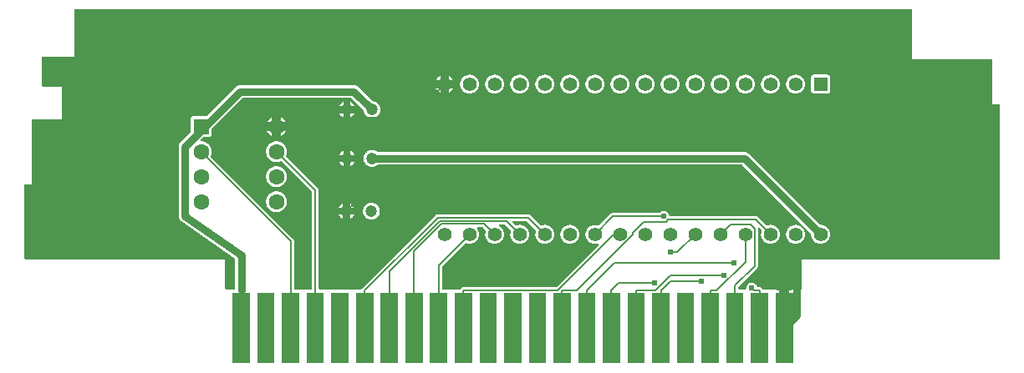
<source format=gtl>
G04 Layer: TopLayer*
G04 EasyEDA v6.3.22, 2020-04-08T11:48:21--7:00*
G04 247715d04a294634badd8a564075c606,8a10dd2cf1b84b9ab6f9dfecbfc888dd,10*
G04 Gerber Generator version 0.2*
G04 Scale: 100 percent, Rotated: No, Reflected: No *
G04 Dimensions in inches *
G04 leading zeros omitted , absolute positions ,2 integer and 4 decimal *
%FSLAX24Y24*%
%MOIN*%
G90*
G70D02*

%ADD11C,0.030000*%
%ADD12C,0.006299*%
%ADD13C,0.024016*%
%ADD14C,0.024000*%
%ADD15R,0.055000X0.055000*%
%ADD16C,0.055000*%
%ADD17C,0.047000*%
%ADD18R,0.063000X0.063000*%
%ADD19C,0.063000*%

%LPD*%
G36*
G01X35600Y14324D02*
G01X2269Y14324D01*
G01X2263Y14323D01*
G01X2258Y14321D01*
G01X2248Y14315D01*
G01X2244Y14310D01*
G01X2241Y14306D01*
G01X2238Y14301D01*
G01X2236Y14296D01*
G01X2235Y14290D01*
G01X2235Y12424D01*
G01X969Y12424D01*
G01X963Y12423D01*
G01X958Y12421D01*
G01X948Y12415D01*
G01X944Y12410D01*
G01X941Y12406D01*
G01X938Y12401D01*
G01X936Y12396D01*
G01X935Y12390D01*
G01X935Y11259D01*
G01X936Y11253D01*
G01X938Y11248D01*
G01X944Y11238D01*
G01X948Y11234D01*
G01X958Y11228D01*
G01X963Y11226D01*
G01X975Y11224D01*
G01X1735Y11224D01*
G01X1735Y9924D01*
G01X569Y9924D01*
G01X563Y9923D01*
G01X558Y9921D01*
G01X548Y9915D01*
G01X544Y9910D01*
G01X541Y9906D01*
G01X538Y9901D01*
G01X536Y9896D01*
G01X535Y9890D01*
G01X535Y7324D01*
G01X269Y7324D01*
G01X263Y7323D01*
G01X258Y7321D01*
G01X248Y7315D01*
G01X244Y7310D01*
G01X241Y7306D01*
G01X238Y7301D01*
G01X236Y7296D01*
G01X235Y7290D01*
G01X235Y4359D01*
G01X236Y4353D01*
G01X238Y4348D01*
G01X244Y4338D01*
G01X248Y4334D01*
G01X258Y4328D01*
G01X263Y4326D01*
G01X275Y4324D01*
G01X8235Y4324D01*
G01X8235Y3159D01*
G01X8236Y3153D01*
G01X8238Y3148D01*
G01X8244Y3138D01*
G01X8248Y3134D01*
G01X8258Y3128D01*
G01X8263Y3126D01*
G01X8275Y3124D01*
G01X8591Y3124D01*
G01X8596Y3125D01*
G01X8602Y3126D01*
G01X8607Y3128D01*
G01X8617Y3134D01*
G01X8621Y3138D01*
G01X8627Y3148D01*
G01X8629Y3153D01*
G01X8630Y3159D01*
G01X8631Y3164D01*
G01X8633Y4324D01*
G01X8633Y4330D01*
G01X8629Y4342D01*
G01X8621Y4352D01*
G01X8616Y4356D01*
G01X6490Y5856D01*
G01X6478Y5865D01*
G01X6466Y5875D01*
G01X6445Y5896D01*
G01X6427Y5920D01*
G01X6419Y5933D01*
G01X6405Y5959D01*
G01X6395Y5987D01*
G01X6391Y6002D01*
G01X6388Y6017D01*
G01X6385Y6031D01*
G01X6384Y6046D01*
G01X6384Y8838D01*
G01X6385Y8854D01*
G01X6388Y8868D01*
G01X6391Y8883D01*
G01X6395Y8898D01*
G01X6400Y8912D01*
G01X6412Y8940D01*
G01X6428Y8966D01*
G01X6446Y8990D01*
G01X6457Y9001D01*
G01X6857Y9402D01*
G01X6861Y9406D01*
G01X6864Y9412D01*
G01X6867Y9417D01*
G01X6868Y9424D01*
G01X6869Y9430D01*
G01X6869Y9949D01*
G01X6870Y9958D01*
G01X6872Y9967D01*
G01X6875Y9976D01*
G01X6879Y9984D01*
G01X6889Y10000D01*
G01X6901Y10014D01*
G01X6909Y10020D01*
G01X6916Y10025D01*
G01X6925Y10030D01*
G01X6933Y10033D01*
G01X6951Y10039D01*
G01X6960Y10040D01*
G01X7479Y10040D01*
G01X7491Y10042D01*
G01X7503Y10048D01*
G01X8657Y11202D01*
G01X8668Y11212D01*
G01X8680Y11222D01*
G01X8692Y11231D01*
G01X8718Y11247D01*
G01X8746Y11259D01*
G01X8760Y11264D01*
G01X8774Y11268D01*
G01X8789Y11271D01*
G01X8819Y11275D01*
G01X13390Y11275D01*
G01X13420Y11271D01*
G01X13435Y11268D01*
G01X13449Y11264D01*
G01X13464Y11259D01*
G01X13478Y11253D01*
G01X13491Y11247D01*
G01X13517Y11231D01*
G01X13529Y11222D01*
G01X13541Y11212D01*
G01X13552Y11202D01*
G01X14104Y10650D01*
G01X14109Y10646D01*
G01X14115Y10642D01*
G01X14121Y10640D01*
G01X14128Y10639D01*
G01X14144Y10637D01*
G01X14161Y10634D01*
G01X14177Y10630D01*
G01X14192Y10626D01*
G01X14208Y10621D01*
G01X14223Y10615D01*
G01X14239Y10608D01*
G01X14253Y10600D01*
G01X14268Y10592D01*
G01X14281Y10583D01*
G01X14295Y10574D01*
G01X14308Y10564D01*
G01X14332Y10542D01*
G01X14344Y10530D01*
G01X14354Y10517D01*
G01X14365Y10504D01*
G01X14374Y10491D01*
G01X14383Y10477D01*
G01X14391Y10463D01*
G01X14405Y10433D01*
G01X14411Y10417D01*
G01X14416Y10402D01*
G01X14424Y10370D01*
G01X14427Y10354D01*
G01X14429Y10337D01*
G01X14430Y10321D01*
G01X14431Y10304D01*
G01X14430Y10288D01*
G01X14429Y10271D01*
G01X14427Y10255D01*
G01X14424Y10239D01*
G01X14416Y10207D01*
G01X14411Y10191D01*
G01X14405Y10176D01*
G01X14391Y10146D01*
G01X14383Y10132D01*
G01X14374Y10118D01*
G01X14364Y10104D01*
G01X14354Y10091D01*
G01X14332Y10067D01*
G01X14320Y10055D01*
G01X14308Y10045D01*
G01X14295Y10034D01*
G01X14267Y10016D01*
G01X14253Y10008D01*
G01X14223Y9994D01*
G01X14208Y9988D01*
G01X14176Y9978D01*
G01X14144Y9972D01*
G01X14127Y9970D01*
G01X14095Y9968D01*
G01X14078Y9969D01*
G01X14062Y9970D01*
G01X14045Y9972D01*
G01X14013Y9978D01*
G01X13981Y9988D01*
G01X13951Y10000D01*
G01X13936Y10008D01*
G01X13922Y10016D01*
G01X13908Y10025D01*
G01X13895Y10034D01*
G01X13882Y10044D01*
G01X13869Y10055D01*
G01X13846Y10078D01*
G01X13835Y10091D01*
G01X13815Y10117D01*
G01X13807Y10131D01*
G01X13798Y10146D01*
G01X13791Y10160D01*
G01X13784Y10175D01*
G01X13778Y10191D01*
G01X13773Y10206D01*
G01X13765Y10238D01*
G01X13762Y10255D01*
G01X13760Y10271D01*
G01X13759Y10278D01*
G01X13757Y10284D01*
G01X13753Y10290D01*
G01X13749Y10295D01*
G01X13278Y10766D01*
G01X13272Y10769D01*
G01X13260Y10773D01*
G01X8949Y10773D01*
G01X8937Y10769D01*
G01X8932Y10766D01*
G01X8927Y10762D01*
G01X7712Y9547D01*
G01X7708Y9542D01*
G01X7705Y9537D01*
G01X7702Y9531D01*
G01X7701Y9525D01*
G01X7701Y9309D01*
G01X7699Y9291D01*
G01X7697Y9282D01*
G01X7694Y9273D01*
G01X7690Y9264D01*
G01X7680Y9248D01*
G01X7674Y9241D01*
G01X7668Y9235D01*
G01X7660Y9229D01*
G01X7653Y9223D01*
G01X7645Y9219D01*
G01X7636Y9215D01*
G01X7627Y9212D01*
G01X7618Y9210D01*
G01X7600Y9208D01*
G01X7383Y9208D01*
G01X7377Y9206D01*
G01X7372Y9204D01*
G01X7366Y9201D01*
G01X7361Y9197D01*
G01X7273Y9108D01*
G01X7269Y9103D01*
G01X7266Y9098D01*
G01X7262Y9086D01*
G01X7262Y9074D01*
G01X7263Y9068D01*
G01X7266Y9062D01*
G01X7269Y9057D01*
G01X7273Y9052D01*
G01X7277Y9048D01*
G01X7283Y9045D01*
G01X7288Y9042D01*
G01X7300Y9040D01*
G01X7319Y9039D01*
G01X7337Y9037D01*
G01X7356Y9034D01*
G01X7374Y9030D01*
G01X7393Y9026D01*
G01X7411Y9021D01*
G01X7428Y9015D01*
G01X7446Y9008D01*
G01X7480Y8992D01*
G01X7496Y8982D01*
G01X7512Y8973D01*
G01X7528Y8962D01*
G01X7542Y8951D01*
G01X7557Y8939D01*
G01X7571Y8926D01*
G01X7584Y8913D01*
G01X7597Y8899D01*
G01X7609Y8885D01*
G01X7620Y8870D01*
G01X7631Y8854D01*
G01X7641Y8839D01*
G01X7650Y8822D01*
G01X7659Y8806D01*
G01X7667Y8789D01*
G01X7674Y8771D01*
G01X7680Y8753D01*
G01X7690Y8717D01*
G01X7694Y8699D01*
G01X7697Y8680D01*
G01X7699Y8662D01*
G01X7701Y8624D01*
G01X7699Y8588D01*
G01X7697Y8569D01*
G01X7694Y8551D01*
G01X7686Y8515D01*
G01X7681Y8498D01*
G01X7675Y8480D01*
G01X7668Y8463D01*
G01X7666Y8456D01*
G01X7665Y8448D01*
G01X7665Y8442D01*
G01X7667Y8435D01*
G01X7669Y8430D01*
G01X7673Y8424D01*
G01X7677Y8420D01*
G01X10943Y5153D01*
G01X10957Y5137D01*
G01X10963Y5129D01*
G01X10968Y5119D01*
G01X10972Y5110D01*
G01X10976Y5100D01*
G01X10982Y5070D01*
G01X10982Y3159D01*
G01X10984Y3153D01*
G01X10988Y3143D01*
G01X10992Y3138D01*
G01X10996Y3134D01*
G01X11000Y3131D01*
G01X11005Y3128D01*
G01X11011Y3126D01*
G01X11016Y3125D01*
G01X11022Y3124D01*
G01X11661Y3124D01*
G01X11667Y3125D01*
G01X11672Y3126D01*
G01X11678Y3128D01*
G01X11683Y3131D01*
G01X11687Y3134D01*
G01X11691Y3138D01*
G01X11695Y3143D01*
G01X11699Y3153D01*
G01X11701Y3159D01*
G01X11701Y7010D01*
G01X11697Y7022D01*
G01X11689Y7032D01*
G01X10485Y8236D01*
G01X10473Y8242D01*
G01X10461Y8244D01*
G01X10453Y8243D01*
G01X10446Y8241D01*
G01X10428Y8234D01*
G01X10411Y8228D01*
G01X10393Y8223D01*
G01X10376Y8218D01*
G01X10358Y8215D01*
G01X10339Y8212D01*
G01X10321Y8210D01*
G01X10285Y8208D01*
G01X10247Y8210D01*
G01X10229Y8212D01*
G01X10210Y8215D01*
G01X10174Y8223D01*
G01X10138Y8235D01*
G01X10104Y8249D01*
G01X10087Y8258D01*
G01X10071Y8267D01*
G01X10055Y8277D01*
G01X10025Y8299D01*
G01X10011Y8311D01*
G01X9997Y8324D01*
G01X9984Y8337D01*
G01X9971Y8351D01*
G01X9959Y8365D01*
G01X9937Y8395D01*
G01X9927Y8411D01*
G01X9918Y8427D01*
G01X9902Y8461D01*
G01X9895Y8478D01*
G01X9889Y8496D01*
G01X9879Y8532D01*
G01X9875Y8550D01*
G01X9872Y8568D01*
G01X9870Y8587D01*
G01X9869Y8606D01*
G01X9869Y8643D01*
G01X9870Y8662D01*
G01X9872Y8680D01*
G01X9875Y8699D01*
G01X9879Y8717D01*
G01X9889Y8753D01*
G01X9895Y8770D01*
G01X9902Y8788D01*
G01X9910Y8805D01*
G01X9918Y8821D01*
G01X9927Y8838D01*
G01X9937Y8853D01*
G01X9948Y8869D01*
G01X9959Y8884D01*
G01X9971Y8898D01*
G01X9984Y8912D01*
G01X9997Y8925D01*
G01X10011Y8938D01*
G01X10025Y8950D01*
G01X10040Y8961D01*
G01X10055Y8971D01*
G01X10087Y8991D01*
G01X10121Y9007D01*
G01X10138Y9014D01*
G01X10156Y9020D01*
G01X10192Y9030D01*
G01X10210Y9034D01*
G01X10229Y9037D01*
G01X10247Y9039D01*
G01X10266Y9040D01*
G01X10303Y9040D01*
G01X10322Y9039D01*
G01X10340Y9037D01*
G01X10359Y9034D01*
G01X10377Y9030D01*
G01X10413Y9020D01*
G01X10431Y9014D01*
G01X10448Y9007D01*
G01X10482Y8991D01*
G01X10514Y8971D01*
G01X10529Y8961D01*
G01X10544Y8950D01*
G01X10558Y8938D01*
G01X10572Y8925D01*
G01X10585Y8912D01*
G01X10598Y8898D01*
G01X10610Y8884D01*
G01X10621Y8869D01*
G01X10632Y8853D01*
G01X10642Y8838D01*
G01X10651Y8821D01*
G01X10659Y8805D01*
G01X10667Y8788D01*
G01X10674Y8770D01*
G01X10680Y8753D01*
G01X10686Y8735D01*
G01X10694Y8699D01*
G01X10697Y8680D01*
G01X10699Y8662D01*
G01X10701Y8624D01*
G01X10699Y8588D01*
G01X10697Y8569D01*
G01X10694Y8551D01*
G01X10686Y8515D01*
G01X10681Y8498D01*
G01X10675Y8480D01*
G01X10668Y8463D01*
G01X10666Y8456D01*
G01X10665Y8448D01*
G01X10665Y8442D01*
G01X10667Y8435D01*
G01X10669Y8430D01*
G01X10673Y8424D01*
G01X10677Y8420D01*
G01X11927Y7169D01*
G01X11941Y7153D01*
G01X11947Y7145D01*
G01X11952Y7135D01*
G01X11956Y7126D01*
G01X11960Y7116D01*
G01X11966Y7086D01*
G01X11966Y3159D01*
G01X11968Y3153D01*
G01X11972Y3143D01*
G01X11976Y3138D01*
G01X11980Y3134D01*
G01X11984Y3131D01*
G01X11989Y3128D01*
G01X11995Y3126D01*
G01X12000Y3125D01*
G01X12006Y3124D01*
G01X13654Y3124D01*
G01X13660Y3125D01*
G01X13665Y3126D01*
G01X13671Y3128D01*
G01X13676Y3131D01*
G01X13681Y3135D01*
G01X13685Y3139D01*
G01X13694Y3154D01*
G01X13701Y3163D01*
G01X16627Y6089D01*
G01X16636Y6095D01*
G01X16644Y6101D01*
G01X16653Y6106D01*
G01X16663Y6111D01*
G01X16683Y6117D01*
G01X16693Y6119D01*
G01X16703Y6120D01*
G01X16714Y6121D01*
G01X20321Y6121D01*
G01X20341Y6119D01*
G01X20351Y6117D01*
G01X20371Y6111D01*
G01X20381Y6106D01*
G01X20390Y6101D01*
G01X20398Y6095D01*
G01X20407Y6089D01*
G01X20414Y6082D01*
G01X20811Y5686D01*
G01X20815Y5682D01*
G01X20821Y5678D01*
G01X20826Y5676D01*
G01X20833Y5674D01*
G01X20839Y5674D01*
G01X20853Y5676D01*
G01X20871Y5683D01*
G01X20889Y5688D01*
G01X20927Y5696D01*
G01X20965Y5700D01*
G01X21002Y5700D01*
G01X21019Y5699D01*
G01X21036Y5697D01*
G01X21054Y5694D01*
G01X21071Y5690D01*
G01X21087Y5686D01*
G01X21104Y5681D01*
G01X21120Y5675D01*
G01X21152Y5661D01*
G01X21168Y5653D01*
G01X21182Y5644D01*
G01X21197Y5634D01*
G01X21225Y5614D01*
G01X21238Y5602D01*
G01X21262Y5578D01*
G01X21274Y5565D01*
G01X21285Y5551D01*
G01X21295Y5537D01*
G01X21313Y5507D01*
G01X21321Y5492D01*
G01X21329Y5476D01*
G01X21341Y5444D01*
G01X21351Y5410D01*
G01X21357Y5376D01*
G01X21359Y5359D01*
G01X21360Y5342D01*
G01X21361Y5324D01*
G01X21359Y5290D01*
G01X21357Y5272D01*
G01X21351Y5238D01*
G01X21346Y5221D01*
G01X21341Y5205D01*
G01X21335Y5188D01*
G01X21329Y5172D01*
G01X21321Y5157D01*
G01X21313Y5141D01*
G01X21304Y5126D01*
G01X21295Y5112D01*
G01X21285Y5098D01*
G01X21274Y5084D01*
G01X21250Y5058D01*
G01X21238Y5046D01*
G01X21225Y5035D01*
G01X21211Y5024D01*
G01X21197Y5014D01*
G01X21182Y5005D01*
G01X21168Y4996D01*
G01X21136Y4980D01*
G01X21104Y4968D01*
G01X21087Y4963D01*
G01X21071Y4958D01*
G01X21054Y4955D01*
G01X21036Y4952D01*
G01X21019Y4950D01*
G01X20985Y4948D01*
G01X20967Y4949D01*
G01X20950Y4950D01*
G01X20933Y4952D01*
G01X20915Y4955D01*
G01X20898Y4958D01*
G01X20882Y4963D01*
G01X20865Y4968D01*
G01X20833Y4980D01*
G01X20817Y4988D01*
G01X20802Y4996D01*
G01X20772Y5014D01*
G01X20758Y5024D01*
G01X20744Y5035D01*
G01X20731Y5046D01*
G01X20719Y5058D01*
G01X20695Y5084D01*
G01X20684Y5098D01*
G01X20674Y5112D01*
G01X20665Y5126D01*
G01X20656Y5141D01*
G01X20648Y5157D01*
G01X20641Y5172D01*
G01X20634Y5188D01*
G01X20628Y5205D01*
G01X20623Y5221D01*
G01X20615Y5255D01*
G01X20612Y5272D01*
G01X20610Y5290D01*
G01X20609Y5307D01*
G01X20609Y5344D01*
G01X20613Y5382D01*
G01X20616Y5401D01*
G01X20621Y5419D01*
G01X20626Y5438D01*
G01X20632Y5456D01*
G01X20634Y5463D01*
G01X20635Y5470D01*
G01X20633Y5482D01*
G01X20631Y5488D01*
G01X20627Y5494D01*
G01X20273Y5848D01*
G01X20261Y5854D01*
G01X20249Y5856D01*
G01X19737Y5856D01*
G01X19731Y5855D01*
G01X19726Y5854D01*
G01X19720Y5852D01*
G01X19715Y5849D01*
G01X19711Y5846D01*
G01X19707Y5842D01*
G01X19703Y5837D01*
G01X19699Y5827D01*
G01X19697Y5821D01*
G01X19697Y5810D01*
G01X19699Y5803D01*
G01X19701Y5798D01*
G01X19705Y5792D01*
G01X19815Y5682D01*
G01X19821Y5678D01*
G01X19826Y5676D01*
G01X19833Y5674D01*
G01X19839Y5674D01*
G01X19853Y5676D01*
G01X19871Y5683D01*
G01X19889Y5688D01*
G01X19927Y5696D01*
G01X19965Y5700D01*
G01X20002Y5700D01*
G01X20019Y5699D01*
G01X20036Y5697D01*
G01X20054Y5694D01*
G01X20071Y5690D01*
G01X20087Y5686D01*
G01X20104Y5681D01*
G01X20120Y5675D01*
G01X20152Y5661D01*
G01X20168Y5653D01*
G01X20182Y5644D01*
G01X20197Y5634D01*
G01X20225Y5614D01*
G01X20238Y5602D01*
G01X20262Y5578D01*
G01X20274Y5565D01*
G01X20285Y5551D01*
G01X20295Y5537D01*
G01X20313Y5507D01*
G01X20321Y5492D01*
G01X20329Y5476D01*
G01X20341Y5444D01*
G01X20351Y5410D01*
G01X20357Y5376D01*
G01X20359Y5359D01*
G01X20360Y5342D01*
G01X20361Y5324D01*
G01X20359Y5290D01*
G01X20357Y5272D01*
G01X20351Y5238D01*
G01X20346Y5221D01*
G01X20341Y5205D01*
G01X20335Y5188D01*
G01X20329Y5172D01*
G01X20321Y5157D01*
G01X20313Y5141D01*
G01X20304Y5126D01*
G01X20295Y5112D01*
G01X20285Y5098D01*
G01X20274Y5084D01*
G01X20250Y5058D01*
G01X20238Y5046D01*
G01X20225Y5035D01*
G01X20211Y5024D01*
G01X20197Y5014D01*
G01X20182Y5005D01*
G01X20168Y4996D01*
G01X20136Y4980D01*
G01X20104Y4968D01*
G01X20087Y4963D01*
G01X20071Y4958D01*
G01X20054Y4955D01*
G01X20036Y4952D01*
G01X20019Y4950D01*
G01X19985Y4948D01*
G01X19967Y4949D01*
G01X19950Y4950D01*
G01X19933Y4952D01*
G01X19915Y4955D01*
G01X19898Y4958D01*
G01X19882Y4963D01*
G01X19865Y4968D01*
G01X19833Y4980D01*
G01X19817Y4988D01*
G01X19802Y4996D01*
G01X19772Y5014D01*
G01X19758Y5024D01*
G01X19744Y5035D01*
G01X19731Y5046D01*
G01X19719Y5058D01*
G01X19695Y5084D01*
G01X19684Y5098D01*
G01X19674Y5112D01*
G01X19665Y5126D01*
G01X19656Y5141D01*
G01X19648Y5157D01*
G01X19641Y5172D01*
G01X19634Y5188D01*
G01X19628Y5205D01*
G01X19623Y5221D01*
G01X19615Y5255D01*
G01X19612Y5272D01*
G01X19610Y5290D01*
G01X19609Y5307D01*
G01X19609Y5344D01*
G01X19613Y5382D01*
G01X19616Y5401D01*
G01X19621Y5419D01*
G01X19626Y5438D01*
G01X19632Y5456D01*
G01X19634Y5463D01*
G01X19635Y5470D01*
G01X19633Y5482D01*
G01X19631Y5488D01*
G01X19627Y5494D01*
G01X19400Y5721D01*
G01X19388Y5727D01*
G01X19376Y5729D01*
G01X19185Y5729D01*
G01X19179Y5728D01*
G01X19174Y5727D01*
G01X19168Y5725D01*
G01X19163Y5722D01*
G01X19159Y5719D01*
G01X19155Y5715D01*
G01X19151Y5710D01*
G01X19147Y5700D01*
G01X19145Y5694D01*
G01X19145Y5683D01*
G01X19149Y5671D01*
G01X19152Y5666D01*
G01X19156Y5661D01*
G01X19161Y5657D01*
G01X19196Y5636D01*
G01X19210Y5625D01*
G01X19223Y5615D01*
G01X19237Y5603D01*
G01X19261Y5579D01*
G01X19273Y5566D01*
G01X19284Y5552D01*
G01X19294Y5538D01*
G01X19304Y5523D01*
G01X19313Y5508D01*
G01X19321Y5493D01*
G01X19335Y5461D01*
G01X19341Y5444D01*
G01X19346Y5428D01*
G01X19354Y5394D01*
G01X19357Y5377D01*
G01X19359Y5359D01*
G01X19360Y5342D01*
G01X19361Y5324D01*
G01X19359Y5290D01*
G01X19357Y5272D01*
G01X19351Y5238D01*
G01X19346Y5221D01*
G01X19341Y5205D01*
G01X19335Y5188D01*
G01X19329Y5172D01*
G01X19321Y5157D01*
G01X19313Y5141D01*
G01X19304Y5126D01*
G01X19295Y5112D01*
G01X19285Y5098D01*
G01X19274Y5084D01*
G01X19250Y5058D01*
G01X19238Y5046D01*
G01X19225Y5035D01*
G01X19211Y5024D01*
G01X19197Y5014D01*
G01X19182Y5005D01*
G01X19168Y4996D01*
G01X19136Y4980D01*
G01X19104Y4968D01*
G01X19087Y4963D01*
G01X19071Y4958D01*
G01X19054Y4955D01*
G01X19036Y4952D01*
G01X19019Y4950D01*
G01X18985Y4948D01*
G01X18967Y4949D01*
G01X18950Y4950D01*
G01X18933Y4952D01*
G01X18915Y4955D01*
G01X18898Y4958D01*
G01X18882Y4963D01*
G01X18865Y4968D01*
G01X18833Y4980D01*
G01X18817Y4988D01*
G01X18802Y4996D01*
G01X18772Y5014D01*
G01X18758Y5024D01*
G01X18744Y5035D01*
G01X18731Y5046D01*
G01X18719Y5058D01*
G01X18695Y5084D01*
G01X18684Y5098D01*
G01X18674Y5112D01*
G01X18665Y5126D01*
G01X18656Y5141D01*
G01X18648Y5157D01*
G01X18641Y5172D01*
G01X18634Y5188D01*
G01X18628Y5205D01*
G01X18623Y5221D01*
G01X18615Y5255D01*
G01X18612Y5272D01*
G01X18610Y5290D01*
G01X18609Y5307D01*
G01X18609Y5344D01*
G01X18613Y5382D01*
G01X18616Y5401D01*
G01X18621Y5419D01*
G01X18626Y5438D01*
G01X18632Y5456D01*
G01X18634Y5463D01*
G01X18635Y5470D01*
G01X18633Y5482D01*
G01X18631Y5488D01*
G01X18627Y5494D01*
G01X18527Y5594D01*
G01X18515Y5600D01*
G01X18503Y5602D01*
G01X18326Y5602D01*
G01X18320Y5601D01*
G01X18315Y5600D01*
G01X18309Y5598D01*
G01X18304Y5595D01*
G01X18300Y5592D01*
G01X18296Y5588D01*
G01X18292Y5583D01*
G01X18288Y5573D01*
G01X18286Y5567D01*
G01X18286Y5562D01*
G01X18288Y5550D01*
G01X18290Y5544D01*
G01X18293Y5539D01*
G01X18303Y5524D01*
G01X18312Y5509D01*
G01X18320Y5494D01*
G01X18328Y5478D01*
G01X18335Y5462D01*
G01X18341Y5445D01*
G01X18346Y5428D01*
G01X18354Y5394D01*
G01X18357Y5377D01*
G01X18359Y5359D01*
G01X18360Y5342D01*
G01X18361Y5324D01*
G01X18359Y5290D01*
G01X18357Y5272D01*
G01X18351Y5238D01*
G01X18346Y5221D01*
G01X18341Y5205D01*
G01X18335Y5188D01*
G01X18329Y5172D01*
G01X18321Y5157D01*
G01X18313Y5141D01*
G01X18304Y5126D01*
G01X18295Y5112D01*
G01X18285Y5098D01*
G01X18274Y5084D01*
G01X18250Y5058D01*
G01X18238Y5046D01*
G01X18225Y5035D01*
G01X18211Y5024D01*
G01X18197Y5014D01*
G01X18182Y5005D01*
G01X18168Y4996D01*
G01X18136Y4980D01*
G01X18104Y4968D01*
G01X18087Y4963D01*
G01X18071Y4958D01*
G01X18054Y4955D01*
G01X18036Y4952D01*
G01X18019Y4950D01*
G01X17985Y4948D01*
G01X17965Y4949D01*
G01X17946Y4950D01*
G01X17908Y4956D01*
G01X17890Y4960D01*
G01X17871Y4966D01*
G01X17853Y4972D01*
G01X17846Y4974D01*
G01X17839Y4975D01*
G01X17827Y4973D01*
G01X17815Y4967D01*
G01X17811Y4963D01*
G01X16900Y4051D01*
G01X16892Y4041D01*
G01X16890Y4035D01*
G01X16888Y4023D01*
G01X16888Y3159D01*
G01X16890Y3153D01*
G01X16894Y3143D01*
G01X16898Y3138D01*
G01X16902Y3134D01*
G01X16906Y3131D01*
G01X16911Y3128D01*
G01X16917Y3126D01*
G01X16922Y3125D01*
G01X16928Y3124D01*
G01X17591Y3124D01*
G01X17597Y3125D01*
G01X17602Y3126D01*
G01X17608Y3128D01*
G01X17613Y3131D01*
G01X17618Y3135D01*
G01X17622Y3139D01*
G01X17625Y3144D01*
G01X17637Y3162D01*
G01X17652Y3177D01*
G01X17660Y3183D01*
G01X17678Y3195D01*
G01X17698Y3203D01*
G01X17708Y3206D01*
G01X17718Y3208D01*
G01X17740Y3210D01*
G01X21431Y3210D01*
G01X21443Y3214D01*
G01X21449Y3217D01*
G01X21453Y3222D01*
G01X23128Y4896D01*
G01X23136Y4906D01*
G01X23138Y4912D01*
G01X23139Y4918D01*
G01X23140Y4925D01*
G01X23140Y4930D01*
G01X23138Y4936D01*
G01X23134Y4946D01*
G01X23130Y4951D01*
G01X23126Y4955D01*
G01X23122Y4958D01*
G01X23117Y4961D01*
G01X23111Y4963D01*
G01X23106Y4964D01*
G01X23100Y4965D01*
G01X23089Y4963D01*
G01X23055Y4955D01*
G01X23037Y4952D01*
G01X23020Y4950D01*
G01X23002Y4949D01*
G01X22985Y4948D01*
G01X22967Y4949D01*
G01X22950Y4950D01*
G01X22933Y4952D01*
G01X22915Y4955D01*
G01X22898Y4958D01*
G01X22882Y4963D01*
G01X22865Y4968D01*
G01X22833Y4980D01*
G01X22817Y4988D01*
G01X22802Y4996D01*
G01X22772Y5014D01*
G01X22758Y5024D01*
G01X22744Y5035D01*
G01X22731Y5046D01*
G01X22719Y5058D01*
G01X22695Y5084D01*
G01X22684Y5098D01*
G01X22674Y5112D01*
G01X22665Y5126D01*
G01X22656Y5141D01*
G01X22648Y5157D01*
G01X22641Y5172D01*
G01X22634Y5188D01*
G01X22628Y5205D01*
G01X22623Y5221D01*
G01X22615Y5255D01*
G01X22612Y5272D01*
G01X22610Y5290D01*
G01X22609Y5307D01*
G01X22609Y5342D01*
G01X22610Y5359D01*
G01X22612Y5376D01*
G01X22615Y5393D01*
G01X22623Y5427D01*
G01X22628Y5444D01*
G01X22634Y5460D01*
G01X22648Y5492D01*
G01X22656Y5507D01*
G01X22674Y5537D01*
G01X22684Y5551D01*
G01X22695Y5565D01*
G01X22707Y5578D01*
G01X22731Y5602D01*
G01X22744Y5614D01*
G01X22772Y5634D01*
G01X22787Y5644D01*
G01X22802Y5653D01*
G01X22817Y5661D01*
G01X22849Y5675D01*
G01X22865Y5681D01*
G01X22882Y5686D01*
G01X22898Y5690D01*
G01X22915Y5694D01*
G01X22933Y5697D01*
G01X22950Y5699D01*
G01X22967Y5700D01*
G01X23004Y5700D01*
G01X23042Y5696D01*
G01X23080Y5688D01*
G01X23098Y5683D01*
G01X23116Y5676D01*
G01X23130Y5674D01*
G01X23137Y5674D01*
G01X23143Y5676D01*
G01X23148Y5678D01*
G01X23154Y5682D01*
G01X23159Y5686D01*
G01X23612Y6139D01*
G01X23621Y6145D01*
G01X23629Y6151D01*
G01X23638Y6156D01*
G01X23648Y6161D01*
G01X23668Y6167D01*
G01X23678Y6169D01*
G01X23688Y6170D01*
G01X23699Y6171D01*
G01X25539Y6171D01*
G01X25545Y6172D01*
G01X25550Y6174D01*
G01X25560Y6180D01*
G01X25564Y6184D01*
G01X25573Y6194D01*
G01X25582Y6203D01*
G01X25593Y6212D01*
G01X25604Y6220D01*
G01X25626Y6234D01*
G01X25638Y6240D01*
G01X25651Y6245D01*
G01X25664Y6249D01*
G01X25676Y6253D01*
G01X25690Y6256D01*
G01X25703Y6258D01*
G01X25716Y6259D01*
G01X25743Y6259D01*
G01X25756Y6258D01*
G01X25770Y6256D01*
G01X25783Y6253D01*
G01X25796Y6249D01*
G01X25808Y6245D01*
G01X25821Y6240D01*
G01X25833Y6234D01*
G01X25845Y6227D01*
G01X25856Y6220D01*
G01X25867Y6212D01*
G01X25887Y6194D01*
G01X25896Y6184D01*
G01X25904Y6174D01*
G01X25912Y6163D01*
G01X25920Y6151D01*
G01X25926Y6140D01*
G01X25932Y6127D01*
G01X25937Y6115D01*
G01X25945Y6089D01*
G01X25947Y6076D01*
G01X25951Y6064D01*
G01X25959Y6054D01*
G01X25963Y6050D01*
G01X25969Y6047D01*
G01X25981Y6043D01*
G01X29399Y6043D01*
G01X29419Y6041D01*
G01X29429Y6039D01*
G01X29449Y6033D01*
G01X29459Y6028D01*
G01X29468Y6023D01*
G01X29476Y6017D01*
G01X29485Y6011D01*
G01X29492Y6004D01*
G01X29811Y5686D01*
G01X29815Y5682D01*
G01X29821Y5678D01*
G01X29826Y5676D01*
G01X29833Y5674D01*
G01X29839Y5674D01*
G01X29853Y5676D01*
G01X29871Y5683D01*
G01X29889Y5688D01*
G01X29927Y5696D01*
G01X29965Y5700D01*
G01X30002Y5700D01*
G01X30019Y5699D01*
G01X30036Y5697D01*
G01X30054Y5694D01*
G01X30071Y5690D01*
G01X30087Y5686D01*
G01X30104Y5681D01*
G01X30120Y5675D01*
G01X30152Y5661D01*
G01X30168Y5653D01*
G01X30182Y5644D01*
G01X30197Y5634D01*
G01X30225Y5614D01*
G01X30238Y5602D01*
G01X30262Y5578D01*
G01X30274Y5565D01*
G01X30285Y5551D01*
G01X30295Y5537D01*
G01X30313Y5507D01*
G01X30321Y5492D01*
G01X30329Y5476D01*
G01X30341Y5444D01*
G01X30351Y5410D01*
G01X30357Y5376D01*
G01X30359Y5359D01*
G01X30360Y5342D01*
G01X30361Y5324D01*
G01X30359Y5290D01*
G01X30357Y5272D01*
G01X30351Y5238D01*
G01X30346Y5221D01*
G01X30341Y5205D01*
G01X30335Y5188D01*
G01X30329Y5172D01*
G01X30321Y5157D01*
G01X30313Y5141D01*
G01X30304Y5126D01*
G01X30295Y5112D01*
G01X30285Y5098D01*
G01X30274Y5084D01*
G01X30250Y5058D01*
G01X30238Y5046D01*
G01X30225Y5035D01*
G01X30211Y5024D01*
G01X30197Y5014D01*
G01X30182Y5005D01*
G01X30168Y4996D01*
G01X30136Y4980D01*
G01X30104Y4968D01*
G01X30087Y4963D01*
G01X30071Y4958D01*
G01X30054Y4955D01*
G01X30036Y4952D01*
G01X30019Y4950D01*
G01X29985Y4948D01*
G01X29967Y4949D01*
G01X29950Y4950D01*
G01X29933Y4952D01*
G01X29915Y4955D01*
G01X29898Y4958D01*
G01X29882Y4963D01*
G01X29865Y4968D01*
G01X29833Y4980D01*
G01X29817Y4988D01*
G01X29802Y4996D01*
G01X29772Y5014D01*
G01X29758Y5024D01*
G01X29744Y5035D01*
G01X29731Y5046D01*
G01X29719Y5058D01*
G01X29695Y5084D01*
G01X29684Y5098D01*
G01X29674Y5112D01*
G01X29665Y5126D01*
G01X29656Y5141D01*
G01X29648Y5157D01*
G01X29641Y5172D01*
G01X29634Y5188D01*
G01X29628Y5205D01*
G01X29623Y5221D01*
G01X29615Y5255D01*
G01X29612Y5272D01*
G01X29610Y5290D01*
G01X29609Y5307D01*
G01X29609Y5344D01*
G01X29613Y5382D01*
G01X29616Y5401D01*
G01X29621Y5419D01*
G01X29626Y5438D01*
G01X29632Y5456D01*
G01X29634Y5463D01*
G01X29635Y5470D01*
G01X29633Y5482D01*
G01X29631Y5488D01*
G01X29627Y5494D01*
G01X29552Y5569D01*
G01X29546Y5573D01*
G01X29540Y5575D01*
G01X29528Y5577D01*
G01X29522Y5576D01*
G01X29517Y5575D01*
G01X29511Y5573D01*
G01X29506Y5571D01*
G01X29498Y5563D01*
G01X29494Y5558D01*
G01X29488Y5543D01*
G01X29488Y4052D01*
G01X29486Y4042D01*
G01X29484Y4031D01*
G01X29482Y4021D01*
G01X29478Y4012D01*
G01X29474Y4002D01*
G01X29469Y3993D01*
G01X29463Y3984D01*
G01X29456Y3976D01*
G01X29449Y3969D01*
G01X28711Y3230D01*
G01X28703Y3220D01*
G01X28701Y3214D01*
G01X28699Y3202D01*
G01X28699Y3159D01*
G01X28701Y3153D01*
G01X28705Y3143D01*
G01X28709Y3138D01*
G01X28713Y3134D01*
G01X28717Y3131D01*
G01X28722Y3128D01*
G01X28728Y3126D01*
G01X28733Y3125D01*
G01X28739Y3124D01*
G01X28974Y3124D01*
G01X28986Y3126D01*
G01X28991Y3128D01*
G01X29001Y3134D01*
G01X29005Y3138D01*
G01X29011Y3148D01*
G01X29013Y3153D01*
G01X29014Y3159D01*
G01X29014Y3166D01*
G01X29015Y3180D01*
G01X29016Y3193D01*
G01X29018Y3206D01*
G01X29024Y3232D01*
G01X29029Y3245D01*
G01X29034Y3257D01*
G01X29046Y3281D01*
G01X29062Y3303D01*
G01X29070Y3313D01*
G01X29079Y3323D01*
G01X29089Y3332D01*
G01X29099Y3340D01*
G01X29110Y3348D01*
G01X29121Y3355D01*
G01X29133Y3362D01*
G01X29145Y3368D01*
G01X29157Y3373D01*
G01X29183Y3381D01*
G01X29196Y3384D01*
G01X29209Y3386D01*
G01X29222Y3387D01*
G01X29249Y3387D01*
G01X29263Y3386D01*
G01X29277Y3384D01*
G01X29290Y3381D01*
G01X29303Y3377D01*
G01X29329Y3367D01*
G01X29341Y3361D01*
G01X29353Y3354D01*
G01X29375Y3338D01*
G01X29386Y3328D01*
G01X29396Y3319D01*
G01X29405Y3309D01*
G01X29413Y3298D01*
G01X29421Y3286D01*
G01X29428Y3275D01*
G01X29435Y3262D01*
G01X29440Y3250D01*
G01X29445Y3237D01*
G01X29447Y3231D01*
G01X29455Y3221D01*
G01X29460Y3217D01*
G01X29465Y3214D01*
G01X29477Y3210D01*
G01X29551Y3210D01*
G01X29561Y3209D01*
G01X29572Y3208D01*
G01X29582Y3206D01*
G01X29592Y3203D01*
G01X29612Y3195D01*
G01X29630Y3183D01*
G01X29638Y3177D01*
G01X29653Y3162D01*
G01X29665Y3144D01*
G01X29668Y3139D01*
G01X29672Y3135D01*
G01X29677Y3131D01*
G01X29682Y3128D01*
G01X29688Y3126D01*
G01X29694Y3125D01*
G01X29699Y3124D01*
G01X30235Y3124D01*
G01X30235Y3117D01*
G01X30236Y3112D01*
G01X30238Y3106D01*
G01X30241Y3101D01*
G01X30244Y3097D01*
G01X30248Y3093D01*
G01X30253Y3089D01*
G01X30258Y3086D01*
G01X30263Y3084D01*
G01X30269Y3083D01*
G01X30337Y3083D01*
G01X30337Y2764D01*
G01X30338Y2759D01*
G01X30339Y2753D01*
G01X30341Y2748D01*
G01X30347Y2738D01*
G01X30351Y2734D01*
G01X30361Y2728D01*
G01X30366Y2726D01*
G01X30372Y2725D01*
G01X30377Y2724D01*
G01X30692Y2724D01*
G01X30697Y2725D01*
G01X30703Y2726D01*
G01X30708Y2728D01*
G01X30718Y2734D01*
G01X30722Y2738D01*
G01X30728Y2748D01*
G01X30730Y2753D01*
G01X30731Y2759D01*
G01X30732Y2764D01*
G01X30732Y3083D01*
G01X30800Y3083D01*
G01X30806Y3084D01*
G01X30811Y3086D01*
G01X30816Y3089D01*
G01X30821Y3093D01*
G01X30825Y3097D01*
G01X30828Y3101D01*
G01X30831Y3106D01*
G01X30833Y3112D01*
G01X30834Y3117D01*
G01X30835Y3123D01*
G01X30835Y3124D01*
G01X31195Y3124D01*
G01X31200Y3125D01*
G01X31206Y3126D01*
G01X31211Y3128D01*
G01X31221Y3134D01*
G01X31225Y3138D01*
G01X31231Y3148D01*
G01X31233Y3153D01*
G01X31234Y3159D01*
G01X31235Y3164D01*
G01X31235Y4324D01*
G01X39095Y4324D01*
G01X39100Y4325D01*
G01X39106Y4326D01*
G01X39111Y4328D01*
G01X39121Y4334D01*
G01X39125Y4338D01*
G01X39131Y4348D01*
G01X39133Y4353D01*
G01X39134Y4359D01*
G01X39135Y4364D01*
G01X39135Y10484D01*
G01X39133Y10496D01*
G01X39131Y10501D01*
G01X39128Y10506D01*
G01X39125Y10510D01*
G01X39121Y10515D01*
G01X39111Y10521D01*
G01X39106Y10523D01*
G01X39100Y10524D01*
G01X38835Y10524D01*
G01X38835Y12284D01*
G01X38833Y12296D01*
G01X38831Y12301D01*
G01X38828Y12306D01*
G01X38825Y12310D01*
G01X38821Y12315D01*
G01X38811Y12321D01*
G01X38806Y12323D01*
G01X38800Y12324D01*
G01X35635Y12324D01*
G01X35635Y14284D01*
G01X35633Y14296D01*
G01X35631Y14301D01*
G01X35628Y14306D01*
G01X35625Y14310D01*
G01X35621Y14315D01*
G01X35611Y14321D01*
G01X35606Y14323D01*
G01X35600Y14324D01*
G37*

%LPC*%
G36*
G01X14111Y8690D02*
G01X14078Y8690D01*
G01X14062Y8689D01*
G01X14045Y8687D01*
G01X14029Y8684D01*
G01X13997Y8676D01*
G01X13981Y8671D01*
G01X13966Y8665D01*
G01X13936Y8651D01*
G01X13922Y8642D01*
G01X13908Y8634D01*
G01X13894Y8624D01*
G01X13881Y8614D01*
G01X13857Y8592D01*
G01X13846Y8580D01*
G01X13835Y8567D01*
G01X13815Y8541D01*
G01X13806Y8527D01*
G01X13798Y8513D01*
G01X13784Y8483D01*
G01X13778Y8467D01*
G01X13773Y8452D01*
G01X13765Y8420D01*
G01X13762Y8404D01*
G01X13760Y8387D01*
G01X13759Y8371D01*
G01X13759Y8338D01*
G01X13760Y8321D01*
G01X13762Y8305D01*
G01X13765Y8289D01*
G01X13773Y8257D01*
G01X13778Y8241D01*
G01X13784Y8226D01*
G01X13798Y8196D01*
G01X13806Y8182D01*
G01X13815Y8168D01*
G01X13825Y8154D01*
G01X13835Y8141D01*
G01X13857Y8117D01*
G01X13869Y8105D01*
G01X13881Y8095D01*
G01X13894Y8084D01*
G01X13922Y8066D01*
G01X13936Y8058D01*
G01X13966Y8044D01*
G01X13981Y8038D01*
G01X14013Y8028D01*
G01X14045Y8022D01*
G01X14062Y8020D01*
G01X14078Y8019D01*
G01X14095Y8018D01*
G01X14127Y8020D01*
G01X14144Y8022D01*
G01X14176Y8028D01*
G01X14208Y8038D01*
G01X14238Y8050D01*
G01X14253Y8058D01*
G01X14267Y8066D01*
G01X14281Y8075D01*
G01X14294Y8084D01*
G01X14307Y8094D01*
G01X14313Y8098D01*
G01X14319Y8101D01*
G01X14326Y8103D01*
G01X28840Y8103D01*
G01X28852Y8099D01*
G01X28858Y8096D01*
G01X31597Y5357D01*
G01X31601Y5352D01*
G01X31604Y5347D01*
G01X31607Y5341D01*
G01X31609Y5329D01*
G01X31609Y5307D01*
G01X31610Y5290D01*
G01X31612Y5272D01*
G01X31615Y5255D01*
G01X31623Y5221D01*
G01X31628Y5205D01*
G01X31634Y5188D01*
G01X31641Y5172D01*
G01X31648Y5157D01*
G01X31656Y5141D01*
G01X31665Y5126D01*
G01X31674Y5112D01*
G01X31684Y5098D01*
G01X31695Y5084D01*
G01X31719Y5058D01*
G01X31731Y5046D01*
G01X31744Y5035D01*
G01X31758Y5024D01*
G01X31772Y5014D01*
G01X31802Y4996D01*
G01X31817Y4988D01*
G01X31833Y4980D01*
G01X31865Y4968D01*
G01X31882Y4963D01*
G01X31898Y4958D01*
G01X31915Y4955D01*
G01X31933Y4952D01*
G01X31950Y4950D01*
G01X31967Y4949D01*
G01X31985Y4948D01*
G01X32019Y4950D01*
G01X32036Y4952D01*
G01X32054Y4955D01*
G01X32071Y4958D01*
G01X32087Y4963D01*
G01X32104Y4968D01*
G01X32136Y4980D01*
G01X32168Y4996D01*
G01X32182Y5005D01*
G01X32197Y5014D01*
G01X32211Y5024D01*
G01X32225Y5035D01*
G01X32238Y5046D01*
G01X32250Y5058D01*
G01X32274Y5084D01*
G01X32285Y5098D01*
G01X32295Y5112D01*
G01X32304Y5126D01*
G01X32313Y5141D01*
G01X32321Y5157D01*
G01X32329Y5172D01*
G01X32335Y5188D01*
G01X32341Y5205D01*
G01X32346Y5221D01*
G01X32351Y5238D01*
G01X32357Y5272D01*
G01X32359Y5290D01*
G01X32361Y5324D01*
G01X32360Y5342D01*
G01X32359Y5359D01*
G01X32357Y5376D01*
G01X32351Y5410D01*
G01X32341Y5444D01*
G01X32329Y5476D01*
G01X32321Y5492D01*
G01X32313Y5507D01*
G01X32295Y5537D01*
G01X32285Y5551D01*
G01X32274Y5565D01*
G01X32262Y5578D01*
G01X32238Y5602D01*
G01X32225Y5614D01*
G01X32197Y5634D01*
G01X32182Y5644D01*
G01X32168Y5653D01*
G01X32152Y5661D01*
G01X32120Y5675D01*
G01X32104Y5681D01*
G01X32087Y5686D01*
G01X32071Y5690D01*
G01X32054Y5694D01*
G01X32036Y5697D01*
G01X32019Y5699D01*
G01X32002Y5700D01*
G01X31980Y5700D01*
G01X31968Y5702D01*
G01X31962Y5705D01*
G01X31957Y5708D01*
G01X31952Y5712D01*
G01X29132Y8532D01*
G01X29121Y8542D01*
G01X29109Y8552D01*
G01X29097Y8561D01*
G01X29071Y8577D01*
G01X29058Y8583D01*
G01X29044Y8589D01*
G01X29029Y8594D01*
G01X29015Y8598D01*
G01X29000Y8601D01*
G01X28970Y8605D01*
G01X14333Y8605D01*
G01X14326Y8606D01*
G01X14319Y8608D01*
G01X14313Y8610D01*
G01X14307Y8614D01*
G01X14281Y8634D01*
G01X14267Y8643D01*
G01X14253Y8651D01*
G01X14223Y8665D01*
G01X14208Y8671D01*
G01X14192Y8676D01*
G01X14160Y8684D01*
G01X14144Y8687D01*
G01X14127Y8689D01*
G01X14111Y8690D01*
G37*
G36*
G01X10303Y8040D02*
G01X10266Y8040D01*
G01X10247Y8039D01*
G01X10229Y8037D01*
G01X10210Y8034D01*
G01X10192Y8030D01*
G01X10156Y8020D01*
G01X10138Y8014D01*
G01X10121Y8007D01*
G01X10087Y7991D01*
G01X10055Y7971D01*
G01X10040Y7961D01*
G01X10025Y7950D01*
G01X10011Y7938D01*
G01X9997Y7925D01*
G01X9984Y7912D01*
G01X9971Y7898D01*
G01X9959Y7884D01*
G01X9948Y7869D01*
G01X9937Y7853D01*
G01X9927Y7838D01*
G01X9918Y7821D01*
G01X9910Y7805D01*
G01X9902Y7788D01*
G01X9895Y7770D01*
G01X9889Y7753D01*
G01X9879Y7717D01*
G01X9875Y7699D01*
G01X9872Y7680D01*
G01X9870Y7662D01*
G01X9869Y7643D01*
G01X9869Y7606D01*
G01X9870Y7587D01*
G01X9872Y7568D01*
G01X9875Y7550D01*
G01X9879Y7532D01*
G01X9889Y7496D01*
G01X9895Y7478D01*
G01X9902Y7461D01*
G01X9918Y7427D01*
G01X9927Y7411D01*
G01X9937Y7395D01*
G01X9959Y7365D01*
G01X9971Y7351D01*
G01X9984Y7337D01*
G01X9997Y7324D01*
G01X10011Y7311D01*
G01X10025Y7299D01*
G01X10055Y7277D01*
G01X10071Y7267D01*
G01X10087Y7258D01*
G01X10104Y7249D01*
G01X10138Y7235D01*
G01X10174Y7223D01*
G01X10210Y7215D01*
G01X10229Y7212D01*
G01X10247Y7210D01*
G01X10285Y7208D01*
G01X10303Y7209D01*
G01X10322Y7210D01*
G01X10340Y7212D01*
G01X10359Y7215D01*
G01X10395Y7223D01*
G01X10431Y7235D01*
G01X10465Y7249D01*
G01X10482Y7258D01*
G01X10498Y7267D01*
G01X10514Y7277D01*
G01X10544Y7299D01*
G01X10558Y7311D01*
G01X10572Y7324D01*
G01X10585Y7337D01*
G01X10598Y7351D01*
G01X10610Y7365D01*
G01X10632Y7395D01*
G01X10642Y7411D01*
G01X10651Y7427D01*
G01X10667Y7461D01*
G01X10674Y7478D01*
G01X10686Y7514D01*
G01X10694Y7550D01*
G01X10697Y7568D01*
G01X10699Y7587D01*
G01X10700Y7606D01*
G01X10701Y7624D01*
G01X10699Y7662D01*
G01X10697Y7680D01*
G01X10694Y7699D01*
G01X10686Y7735D01*
G01X10680Y7753D01*
G01X10674Y7770D01*
G01X10667Y7788D01*
G01X10659Y7805D01*
G01X10651Y7821D01*
G01X10642Y7838D01*
G01X10632Y7853D01*
G01X10621Y7869D01*
G01X10610Y7884D01*
G01X10598Y7898D01*
G01X10585Y7912D01*
G01X10572Y7925D01*
G01X10558Y7938D01*
G01X10544Y7950D01*
G01X10529Y7961D01*
G01X10514Y7971D01*
G01X10482Y7991D01*
G01X10448Y8007D01*
G01X10431Y8014D01*
G01X10413Y8020D01*
G01X10377Y8030D01*
G01X10359Y8034D01*
G01X10340Y8037D01*
G01X10322Y8039D01*
G01X10303Y8040D01*
G37*
G36*
G01X10303Y7040D02*
G01X10266Y7040D01*
G01X10247Y7039D01*
G01X10229Y7037D01*
G01X10210Y7034D01*
G01X10192Y7030D01*
G01X10156Y7020D01*
G01X10138Y7014D01*
G01X10121Y7007D01*
G01X10087Y6991D01*
G01X10055Y6971D01*
G01X10040Y6961D01*
G01X10025Y6950D01*
G01X10011Y6938D01*
G01X9997Y6925D01*
G01X9984Y6912D01*
G01X9971Y6898D01*
G01X9959Y6884D01*
G01X9948Y6869D01*
G01X9937Y6853D01*
G01X9927Y6838D01*
G01X9918Y6821D01*
G01X9910Y6805D01*
G01X9902Y6788D01*
G01X9895Y6770D01*
G01X9889Y6753D01*
G01X9879Y6717D01*
G01X9875Y6699D01*
G01X9872Y6680D01*
G01X9870Y6662D01*
G01X9869Y6643D01*
G01X9869Y6606D01*
G01X9870Y6587D01*
G01X9872Y6568D01*
G01X9875Y6550D01*
G01X9879Y6532D01*
G01X9889Y6496D01*
G01X9895Y6478D01*
G01X9902Y6461D01*
G01X9918Y6427D01*
G01X9927Y6411D01*
G01X9937Y6395D01*
G01X9959Y6365D01*
G01X9971Y6351D01*
G01X9984Y6337D01*
G01X9997Y6324D01*
G01X10011Y6311D01*
G01X10025Y6299D01*
G01X10055Y6277D01*
G01X10071Y6267D01*
G01X10087Y6258D01*
G01X10104Y6249D01*
G01X10138Y6235D01*
G01X10174Y6223D01*
G01X10210Y6215D01*
G01X10229Y6212D01*
G01X10247Y6210D01*
G01X10285Y6208D01*
G01X10303Y6209D01*
G01X10322Y6210D01*
G01X10340Y6212D01*
G01X10359Y6215D01*
G01X10395Y6223D01*
G01X10431Y6235D01*
G01X10465Y6249D01*
G01X10482Y6258D01*
G01X10498Y6267D01*
G01X10514Y6277D01*
G01X10544Y6299D01*
G01X10558Y6311D01*
G01X10572Y6324D01*
G01X10585Y6337D01*
G01X10598Y6351D01*
G01X10610Y6365D01*
G01X10632Y6395D01*
G01X10642Y6411D01*
G01X10651Y6427D01*
G01X10667Y6461D01*
G01X10674Y6478D01*
G01X10686Y6514D01*
G01X10694Y6550D01*
G01X10697Y6568D01*
G01X10699Y6587D01*
G01X10700Y6606D01*
G01X10701Y6624D01*
G01X10699Y6662D01*
G01X10697Y6680D01*
G01X10694Y6699D01*
G01X10686Y6735D01*
G01X10680Y6753D01*
G01X10674Y6770D01*
G01X10667Y6788D01*
G01X10659Y6805D01*
G01X10651Y6821D01*
G01X10642Y6838D01*
G01X10632Y6853D01*
G01X10621Y6869D01*
G01X10610Y6884D01*
G01X10598Y6898D01*
G01X10585Y6912D01*
G01X10572Y6925D01*
G01X10558Y6938D01*
G01X10544Y6950D01*
G01X10529Y6961D01*
G01X10514Y6971D01*
G01X10482Y6991D01*
G01X10448Y7007D01*
G01X10431Y7014D01*
G01X10413Y7020D01*
G01X10377Y7030D01*
G01X10359Y7034D01*
G01X10340Y7037D01*
G01X10322Y7039D01*
G01X10303Y7040D01*
G37*
G36*
G01X22002Y5700D02*
G01X21967Y5700D01*
G01X21950Y5699D01*
G01X21933Y5697D01*
G01X21915Y5694D01*
G01X21898Y5690D01*
G01X21882Y5686D01*
G01X21865Y5681D01*
G01X21849Y5675D01*
G01X21817Y5661D01*
G01X21802Y5653D01*
G01X21787Y5644D01*
G01X21772Y5634D01*
G01X21744Y5614D01*
G01X21731Y5602D01*
G01X21707Y5578D01*
G01X21695Y5565D01*
G01X21684Y5551D01*
G01X21674Y5537D01*
G01X21656Y5507D01*
G01X21648Y5492D01*
G01X21634Y5460D01*
G01X21628Y5444D01*
G01X21623Y5427D01*
G01X21615Y5393D01*
G01X21612Y5376D01*
G01X21610Y5359D01*
G01X21609Y5342D01*
G01X21609Y5307D01*
G01X21610Y5290D01*
G01X21612Y5272D01*
G01X21615Y5255D01*
G01X21623Y5221D01*
G01X21628Y5205D01*
G01X21634Y5188D01*
G01X21641Y5172D01*
G01X21648Y5157D01*
G01X21656Y5141D01*
G01X21665Y5126D01*
G01X21674Y5112D01*
G01X21684Y5098D01*
G01X21695Y5084D01*
G01X21719Y5058D01*
G01X21731Y5046D01*
G01X21744Y5035D01*
G01X21758Y5024D01*
G01X21772Y5014D01*
G01X21802Y4996D01*
G01X21817Y4988D01*
G01X21833Y4980D01*
G01X21865Y4968D01*
G01X21882Y4963D01*
G01X21898Y4958D01*
G01X21915Y4955D01*
G01X21933Y4952D01*
G01X21950Y4950D01*
G01X21967Y4949D01*
G01X21985Y4948D01*
G01X22019Y4950D01*
G01X22036Y4952D01*
G01X22054Y4955D01*
G01X22071Y4958D01*
G01X22087Y4963D01*
G01X22104Y4968D01*
G01X22136Y4980D01*
G01X22168Y4996D01*
G01X22182Y5005D01*
G01X22197Y5014D01*
G01X22211Y5024D01*
G01X22225Y5035D01*
G01X22238Y5046D01*
G01X22250Y5058D01*
G01X22274Y5084D01*
G01X22285Y5098D01*
G01X22295Y5112D01*
G01X22304Y5126D01*
G01X22313Y5141D01*
G01X22321Y5157D01*
G01X22329Y5172D01*
G01X22335Y5188D01*
G01X22341Y5205D01*
G01X22346Y5221D01*
G01X22351Y5238D01*
G01X22357Y5272D01*
G01X22359Y5290D01*
G01X22361Y5324D01*
G01X22360Y5342D01*
G01X22359Y5359D01*
G01X22357Y5376D01*
G01X22351Y5410D01*
G01X22341Y5444D01*
G01X22329Y5476D01*
G01X22321Y5492D01*
G01X22313Y5507D01*
G01X22295Y5537D01*
G01X22285Y5551D01*
G01X22274Y5565D01*
G01X22262Y5578D01*
G01X22238Y5602D01*
G01X22225Y5614D01*
G01X22197Y5634D01*
G01X22182Y5644D01*
G01X22168Y5653D01*
G01X22152Y5661D01*
G01X22120Y5675D01*
G01X22104Y5681D01*
G01X22087Y5686D01*
G01X22071Y5690D01*
G01X22054Y5694D01*
G01X22036Y5697D01*
G01X22019Y5699D01*
G01X22002Y5700D01*
G37*
G36*
G01X31002Y5700D02*
G01X30967Y5700D01*
G01X30950Y5699D01*
G01X30933Y5697D01*
G01X30915Y5694D01*
G01X30898Y5690D01*
G01X30882Y5686D01*
G01X30865Y5681D01*
G01X30849Y5675D01*
G01X30817Y5661D01*
G01X30802Y5653D01*
G01X30787Y5644D01*
G01X30772Y5634D01*
G01X30744Y5614D01*
G01X30731Y5602D01*
G01X30707Y5578D01*
G01X30695Y5565D01*
G01X30684Y5551D01*
G01X30674Y5537D01*
G01X30656Y5507D01*
G01X30648Y5492D01*
G01X30634Y5460D01*
G01X30628Y5444D01*
G01X30623Y5427D01*
G01X30615Y5393D01*
G01X30612Y5376D01*
G01X30610Y5359D01*
G01X30609Y5342D01*
G01X30609Y5307D01*
G01X30610Y5290D01*
G01X30612Y5272D01*
G01X30615Y5255D01*
G01X30623Y5221D01*
G01X30628Y5205D01*
G01X30634Y5188D01*
G01X30641Y5172D01*
G01X30648Y5157D01*
G01X30656Y5141D01*
G01X30665Y5126D01*
G01X30674Y5112D01*
G01X30684Y5098D01*
G01X30695Y5084D01*
G01X30719Y5058D01*
G01X30731Y5046D01*
G01X30744Y5035D01*
G01X30758Y5024D01*
G01X30772Y5014D01*
G01X30802Y4996D01*
G01X30817Y4988D01*
G01X30833Y4980D01*
G01X30865Y4968D01*
G01X30882Y4963D01*
G01X30898Y4958D01*
G01X30915Y4955D01*
G01X30933Y4952D01*
G01X30950Y4950D01*
G01X30967Y4949D01*
G01X30985Y4948D01*
G01X31019Y4950D01*
G01X31036Y4952D01*
G01X31054Y4955D01*
G01X31071Y4958D01*
G01X31087Y4963D01*
G01X31104Y4968D01*
G01X31136Y4980D01*
G01X31168Y4996D01*
G01X31182Y5005D01*
G01X31197Y5014D01*
G01X31211Y5024D01*
G01X31225Y5035D01*
G01X31238Y5046D01*
G01X31250Y5058D01*
G01X31274Y5084D01*
G01X31285Y5098D01*
G01X31295Y5112D01*
G01X31304Y5126D01*
G01X31313Y5141D01*
G01X31321Y5157D01*
G01X31329Y5172D01*
G01X31335Y5188D01*
G01X31341Y5205D01*
G01X31346Y5221D01*
G01X31351Y5238D01*
G01X31357Y5272D01*
G01X31359Y5290D01*
G01X31361Y5324D01*
G01X31360Y5342D01*
G01X31359Y5359D01*
G01X31357Y5376D01*
G01X31351Y5410D01*
G01X31341Y5444D01*
G01X31329Y5476D01*
G01X31321Y5492D01*
G01X31313Y5507D01*
G01X31295Y5537D01*
G01X31285Y5551D01*
G01X31274Y5565D01*
G01X31262Y5578D01*
G01X31238Y5602D01*
G01X31225Y5614D01*
G01X31197Y5634D01*
G01X31182Y5644D01*
G01X31168Y5653D01*
G01X31152Y5661D01*
G01X31120Y5675D01*
G01X31104Y5681D01*
G01X31087Y5686D01*
G01X31071Y5690D01*
G01X31054Y5694D01*
G01X31036Y5697D01*
G01X31019Y5699D01*
G01X31002Y5700D01*
G37*
G36*
G01X25002Y11700D02*
G01X24967Y11700D01*
G01X24950Y11699D01*
G01X24933Y11697D01*
G01X24915Y11694D01*
G01X24898Y11690D01*
G01X24882Y11686D01*
G01X24865Y11681D01*
G01X24849Y11675D01*
G01X24817Y11661D01*
G01X24802Y11653D01*
G01X24787Y11644D01*
G01X24772Y11634D01*
G01X24744Y11614D01*
G01X24731Y11602D01*
G01X24707Y11578D01*
G01X24695Y11565D01*
G01X24684Y11551D01*
G01X24674Y11537D01*
G01X24656Y11507D01*
G01X24648Y11492D01*
G01X24634Y11460D01*
G01X24628Y11444D01*
G01X24623Y11427D01*
G01X24615Y11393D01*
G01X24612Y11376D01*
G01X24610Y11359D01*
G01X24609Y11342D01*
G01X24609Y11307D01*
G01X24610Y11290D01*
G01X24612Y11272D01*
G01X24615Y11255D01*
G01X24623Y11221D01*
G01X24628Y11205D01*
G01X24634Y11188D01*
G01X24641Y11172D01*
G01X24648Y11157D01*
G01X24656Y11141D01*
G01X24665Y11126D01*
G01X24674Y11112D01*
G01X24684Y11098D01*
G01X24695Y11084D01*
G01X24719Y11058D01*
G01X24731Y11046D01*
G01X24744Y11035D01*
G01X24758Y11024D01*
G01X24772Y11014D01*
G01X24802Y10996D01*
G01X24817Y10988D01*
G01X24833Y10980D01*
G01X24865Y10968D01*
G01X24882Y10963D01*
G01X24898Y10958D01*
G01X24915Y10955D01*
G01X24933Y10952D01*
G01X24950Y10950D01*
G01X24967Y10949D01*
G01X24985Y10948D01*
G01X25019Y10950D01*
G01X25036Y10952D01*
G01X25054Y10955D01*
G01X25071Y10958D01*
G01X25087Y10963D01*
G01X25104Y10968D01*
G01X25136Y10980D01*
G01X25168Y10996D01*
G01X25182Y11005D01*
G01X25197Y11014D01*
G01X25211Y11024D01*
G01X25225Y11035D01*
G01X25238Y11046D01*
G01X25250Y11058D01*
G01X25274Y11084D01*
G01X25285Y11098D01*
G01X25295Y11112D01*
G01X25304Y11126D01*
G01X25313Y11141D01*
G01X25321Y11157D01*
G01X25329Y11172D01*
G01X25335Y11188D01*
G01X25341Y11205D01*
G01X25346Y11221D01*
G01X25351Y11238D01*
G01X25357Y11272D01*
G01X25359Y11290D01*
G01X25361Y11324D01*
G01X25360Y11342D01*
G01X25359Y11359D01*
G01X25357Y11376D01*
G01X25351Y11410D01*
G01X25341Y11444D01*
G01X25329Y11476D01*
G01X25321Y11492D01*
G01X25313Y11507D01*
G01X25295Y11537D01*
G01X25285Y11551D01*
G01X25274Y11565D01*
G01X25262Y11578D01*
G01X25238Y11602D01*
G01X25225Y11614D01*
G01X25197Y11634D01*
G01X25182Y11644D01*
G01X25168Y11653D01*
G01X25152Y11661D01*
G01X25120Y11675D01*
G01X25104Y11681D01*
G01X25087Y11686D01*
G01X25071Y11690D01*
G01X25054Y11694D01*
G01X25036Y11697D01*
G01X25019Y11699D01*
G01X25002Y11700D01*
G37*
G36*
G01X26002Y11700D02*
G01X25967Y11700D01*
G01X25950Y11699D01*
G01X25933Y11697D01*
G01X25915Y11694D01*
G01X25898Y11690D01*
G01X25882Y11686D01*
G01X25865Y11681D01*
G01X25849Y11675D01*
G01X25817Y11661D01*
G01X25802Y11653D01*
G01X25787Y11644D01*
G01X25772Y11634D01*
G01X25744Y11614D01*
G01X25731Y11602D01*
G01X25707Y11578D01*
G01X25695Y11565D01*
G01X25684Y11551D01*
G01X25674Y11537D01*
G01X25656Y11507D01*
G01X25648Y11492D01*
G01X25634Y11460D01*
G01X25628Y11444D01*
G01X25623Y11427D01*
G01X25615Y11393D01*
G01X25612Y11376D01*
G01X25610Y11359D01*
G01X25609Y11342D01*
G01X25609Y11307D01*
G01X25610Y11290D01*
G01X25612Y11272D01*
G01X25615Y11255D01*
G01X25623Y11221D01*
G01X25628Y11205D01*
G01X25634Y11188D01*
G01X25641Y11172D01*
G01X25648Y11157D01*
G01X25656Y11141D01*
G01X25665Y11126D01*
G01X25674Y11112D01*
G01X25684Y11098D01*
G01X25695Y11084D01*
G01X25719Y11058D01*
G01X25731Y11046D01*
G01X25744Y11035D01*
G01X25758Y11024D01*
G01X25772Y11014D01*
G01X25802Y10996D01*
G01X25817Y10988D01*
G01X25833Y10980D01*
G01X25865Y10968D01*
G01X25882Y10963D01*
G01X25898Y10958D01*
G01X25915Y10955D01*
G01X25933Y10952D01*
G01X25950Y10950D01*
G01X25967Y10949D01*
G01X25985Y10948D01*
G01X26019Y10950D01*
G01X26036Y10952D01*
G01X26054Y10955D01*
G01X26071Y10958D01*
G01X26087Y10963D01*
G01X26104Y10968D01*
G01X26136Y10980D01*
G01X26168Y10996D01*
G01X26182Y11005D01*
G01X26197Y11014D01*
G01X26211Y11024D01*
G01X26225Y11035D01*
G01X26238Y11046D01*
G01X26250Y11058D01*
G01X26274Y11084D01*
G01X26285Y11098D01*
G01X26295Y11112D01*
G01X26304Y11126D01*
G01X26313Y11141D01*
G01X26321Y11157D01*
G01X26329Y11172D01*
G01X26335Y11188D01*
G01X26341Y11205D01*
G01X26346Y11221D01*
G01X26351Y11238D01*
G01X26357Y11272D01*
G01X26359Y11290D01*
G01X26361Y11324D01*
G01X26360Y11342D01*
G01X26359Y11359D01*
G01X26357Y11376D01*
G01X26351Y11410D01*
G01X26341Y11444D01*
G01X26329Y11476D01*
G01X26321Y11492D01*
G01X26313Y11507D01*
G01X26295Y11537D01*
G01X26285Y11551D01*
G01X26274Y11565D01*
G01X26262Y11578D01*
G01X26238Y11602D01*
G01X26225Y11614D01*
G01X26197Y11634D01*
G01X26182Y11644D01*
G01X26168Y11653D01*
G01X26152Y11661D01*
G01X26120Y11675D01*
G01X26104Y11681D01*
G01X26087Y11686D01*
G01X26071Y11690D01*
G01X26054Y11694D01*
G01X26036Y11697D01*
G01X26019Y11699D01*
G01X26002Y11700D01*
G37*
G36*
G01X29002Y11700D02*
G01X28967Y11700D01*
G01X28950Y11699D01*
G01X28933Y11697D01*
G01X28915Y11694D01*
G01X28898Y11690D01*
G01X28882Y11686D01*
G01X28865Y11681D01*
G01X28849Y11675D01*
G01X28817Y11661D01*
G01X28802Y11653D01*
G01X28787Y11644D01*
G01X28772Y11634D01*
G01X28744Y11614D01*
G01X28731Y11602D01*
G01X28707Y11578D01*
G01X28695Y11565D01*
G01X28684Y11551D01*
G01X28674Y11537D01*
G01X28656Y11507D01*
G01X28648Y11492D01*
G01X28634Y11460D01*
G01X28628Y11444D01*
G01X28623Y11427D01*
G01X28615Y11393D01*
G01X28612Y11376D01*
G01X28610Y11359D01*
G01X28609Y11342D01*
G01X28609Y11307D01*
G01X28610Y11290D01*
G01X28612Y11272D01*
G01X28615Y11255D01*
G01X28623Y11221D01*
G01X28628Y11205D01*
G01X28634Y11188D01*
G01X28641Y11172D01*
G01X28648Y11157D01*
G01X28656Y11141D01*
G01X28665Y11126D01*
G01X28674Y11112D01*
G01X28684Y11098D01*
G01X28695Y11084D01*
G01X28719Y11058D01*
G01X28731Y11046D01*
G01X28744Y11035D01*
G01X28758Y11024D01*
G01X28772Y11014D01*
G01X28802Y10996D01*
G01X28817Y10988D01*
G01X28833Y10980D01*
G01X28865Y10968D01*
G01X28882Y10963D01*
G01X28898Y10958D01*
G01X28915Y10955D01*
G01X28933Y10952D01*
G01X28950Y10950D01*
G01X28967Y10949D01*
G01X28985Y10948D01*
G01X29019Y10950D01*
G01X29036Y10952D01*
G01X29054Y10955D01*
G01X29071Y10958D01*
G01X29087Y10963D01*
G01X29104Y10968D01*
G01X29136Y10980D01*
G01X29168Y10996D01*
G01X29182Y11005D01*
G01X29197Y11014D01*
G01X29211Y11024D01*
G01X29225Y11035D01*
G01X29238Y11046D01*
G01X29250Y11058D01*
G01X29274Y11084D01*
G01X29285Y11098D01*
G01X29295Y11112D01*
G01X29304Y11126D01*
G01X29313Y11141D01*
G01X29321Y11157D01*
G01X29329Y11172D01*
G01X29335Y11188D01*
G01X29341Y11205D01*
G01X29346Y11221D01*
G01X29351Y11238D01*
G01X29357Y11272D01*
G01X29359Y11290D01*
G01X29361Y11324D01*
G01X29360Y11342D01*
G01X29359Y11359D01*
G01X29357Y11376D01*
G01X29351Y11410D01*
G01X29341Y11444D01*
G01X29329Y11476D01*
G01X29321Y11492D01*
G01X29313Y11507D01*
G01X29295Y11537D01*
G01X29285Y11551D01*
G01X29274Y11565D01*
G01X29262Y11578D01*
G01X29238Y11602D01*
G01X29225Y11614D01*
G01X29197Y11634D01*
G01X29182Y11644D01*
G01X29168Y11653D01*
G01X29152Y11661D01*
G01X29120Y11675D01*
G01X29104Y11681D01*
G01X29087Y11686D01*
G01X29071Y11690D01*
G01X29054Y11694D01*
G01X29036Y11697D01*
G01X29019Y11699D01*
G01X29002Y11700D01*
G37*
G36*
G01X24002Y11700D02*
G01X23967Y11700D01*
G01X23950Y11699D01*
G01X23933Y11697D01*
G01X23915Y11694D01*
G01X23898Y11690D01*
G01X23882Y11686D01*
G01X23865Y11681D01*
G01X23849Y11675D01*
G01X23817Y11661D01*
G01X23802Y11653D01*
G01X23787Y11644D01*
G01X23772Y11634D01*
G01X23744Y11614D01*
G01X23731Y11602D01*
G01X23707Y11578D01*
G01X23695Y11565D01*
G01X23684Y11551D01*
G01X23674Y11537D01*
G01X23656Y11507D01*
G01X23648Y11492D01*
G01X23634Y11460D01*
G01X23628Y11444D01*
G01X23623Y11427D01*
G01X23615Y11393D01*
G01X23612Y11376D01*
G01X23610Y11359D01*
G01X23609Y11342D01*
G01X23609Y11307D01*
G01X23610Y11290D01*
G01X23612Y11272D01*
G01X23615Y11255D01*
G01X23623Y11221D01*
G01X23628Y11205D01*
G01X23634Y11188D01*
G01X23641Y11172D01*
G01X23648Y11157D01*
G01X23656Y11141D01*
G01X23665Y11126D01*
G01X23674Y11112D01*
G01X23684Y11098D01*
G01X23695Y11084D01*
G01X23719Y11058D01*
G01X23731Y11046D01*
G01X23744Y11035D01*
G01X23758Y11024D01*
G01X23772Y11014D01*
G01X23802Y10996D01*
G01X23817Y10988D01*
G01X23833Y10980D01*
G01X23865Y10968D01*
G01X23882Y10963D01*
G01X23898Y10958D01*
G01X23915Y10955D01*
G01X23933Y10952D01*
G01X23950Y10950D01*
G01X23967Y10949D01*
G01X23985Y10948D01*
G01X24019Y10950D01*
G01X24036Y10952D01*
G01X24054Y10955D01*
G01X24071Y10958D01*
G01X24087Y10963D01*
G01X24104Y10968D01*
G01X24136Y10980D01*
G01X24168Y10996D01*
G01X24182Y11005D01*
G01X24197Y11014D01*
G01X24211Y11024D01*
G01X24225Y11035D01*
G01X24238Y11046D01*
G01X24250Y11058D01*
G01X24274Y11084D01*
G01X24285Y11098D01*
G01X24295Y11112D01*
G01X24304Y11126D01*
G01X24313Y11141D01*
G01X24321Y11157D01*
G01X24329Y11172D01*
G01X24335Y11188D01*
G01X24341Y11205D01*
G01X24346Y11221D01*
G01X24351Y11238D01*
G01X24357Y11272D01*
G01X24359Y11290D01*
G01X24361Y11324D01*
G01X24360Y11342D01*
G01X24359Y11359D01*
G01X24357Y11376D01*
G01X24351Y11410D01*
G01X24341Y11444D01*
G01X24329Y11476D01*
G01X24321Y11492D01*
G01X24313Y11507D01*
G01X24295Y11537D01*
G01X24285Y11551D01*
G01X24274Y11565D01*
G01X24262Y11578D01*
G01X24238Y11602D01*
G01X24225Y11614D01*
G01X24197Y11634D01*
G01X24182Y11644D01*
G01X24168Y11653D01*
G01X24152Y11661D01*
G01X24120Y11675D01*
G01X24104Y11681D01*
G01X24087Y11686D01*
G01X24071Y11690D01*
G01X24054Y11694D01*
G01X24036Y11697D01*
G01X24019Y11699D01*
G01X24002Y11700D01*
G37*
G36*
G01X21002Y11700D02*
G01X20967Y11700D01*
G01X20950Y11699D01*
G01X20933Y11697D01*
G01X20915Y11694D01*
G01X20898Y11690D01*
G01X20882Y11686D01*
G01X20865Y11681D01*
G01X20849Y11675D01*
G01X20817Y11661D01*
G01X20802Y11653D01*
G01X20787Y11644D01*
G01X20772Y11634D01*
G01X20744Y11614D01*
G01X20731Y11602D01*
G01X20707Y11578D01*
G01X20695Y11565D01*
G01X20684Y11551D01*
G01X20674Y11537D01*
G01X20656Y11507D01*
G01X20648Y11492D01*
G01X20634Y11460D01*
G01X20628Y11444D01*
G01X20623Y11427D01*
G01X20615Y11393D01*
G01X20612Y11376D01*
G01X20610Y11359D01*
G01X20609Y11342D01*
G01X20609Y11307D01*
G01X20610Y11290D01*
G01X20612Y11272D01*
G01X20615Y11255D01*
G01X20623Y11221D01*
G01X20628Y11205D01*
G01X20634Y11188D01*
G01X20641Y11172D01*
G01X20648Y11157D01*
G01X20656Y11141D01*
G01X20665Y11126D01*
G01X20674Y11112D01*
G01X20684Y11098D01*
G01X20695Y11084D01*
G01X20719Y11058D01*
G01X20731Y11046D01*
G01X20744Y11035D01*
G01X20758Y11024D01*
G01X20772Y11014D01*
G01X20802Y10996D01*
G01X20817Y10988D01*
G01X20833Y10980D01*
G01X20865Y10968D01*
G01X20882Y10963D01*
G01X20898Y10958D01*
G01X20915Y10955D01*
G01X20933Y10952D01*
G01X20950Y10950D01*
G01X20967Y10949D01*
G01X20985Y10948D01*
G01X21019Y10950D01*
G01X21036Y10952D01*
G01X21054Y10955D01*
G01X21071Y10958D01*
G01X21087Y10963D01*
G01X21104Y10968D01*
G01X21136Y10980D01*
G01X21168Y10996D01*
G01X21182Y11005D01*
G01X21197Y11014D01*
G01X21211Y11024D01*
G01X21225Y11035D01*
G01X21238Y11046D01*
G01X21250Y11058D01*
G01X21274Y11084D01*
G01X21285Y11098D01*
G01X21295Y11112D01*
G01X21304Y11126D01*
G01X21313Y11141D01*
G01X21321Y11157D01*
G01X21329Y11172D01*
G01X21335Y11188D01*
G01X21341Y11205D01*
G01X21346Y11221D01*
G01X21351Y11238D01*
G01X21357Y11272D01*
G01X21359Y11290D01*
G01X21361Y11324D01*
G01X21360Y11342D01*
G01X21359Y11359D01*
G01X21357Y11376D01*
G01X21351Y11410D01*
G01X21341Y11444D01*
G01X21329Y11476D01*
G01X21321Y11492D01*
G01X21313Y11507D01*
G01X21295Y11537D01*
G01X21285Y11551D01*
G01X21274Y11565D01*
G01X21262Y11578D01*
G01X21238Y11602D01*
G01X21225Y11614D01*
G01X21197Y11634D01*
G01X21182Y11644D01*
G01X21168Y11653D01*
G01X21152Y11661D01*
G01X21120Y11675D01*
G01X21104Y11681D01*
G01X21087Y11686D01*
G01X21071Y11690D01*
G01X21054Y11694D01*
G01X21036Y11697D01*
G01X21019Y11699D01*
G01X21002Y11700D01*
G37*
G36*
G01X30002Y11700D02*
G01X29967Y11700D01*
G01X29950Y11699D01*
G01X29933Y11697D01*
G01X29915Y11694D01*
G01X29898Y11690D01*
G01X29882Y11686D01*
G01X29865Y11681D01*
G01X29849Y11675D01*
G01X29817Y11661D01*
G01X29802Y11653D01*
G01X29787Y11644D01*
G01X29772Y11634D01*
G01X29744Y11614D01*
G01X29731Y11602D01*
G01X29707Y11578D01*
G01X29695Y11565D01*
G01X29684Y11551D01*
G01X29674Y11537D01*
G01X29656Y11507D01*
G01X29648Y11492D01*
G01X29634Y11460D01*
G01X29628Y11444D01*
G01X29623Y11427D01*
G01X29615Y11393D01*
G01X29612Y11376D01*
G01X29610Y11359D01*
G01X29609Y11342D01*
G01X29609Y11307D01*
G01X29610Y11290D01*
G01X29612Y11272D01*
G01X29615Y11255D01*
G01X29623Y11221D01*
G01X29628Y11205D01*
G01X29634Y11188D01*
G01X29641Y11172D01*
G01X29648Y11157D01*
G01X29656Y11141D01*
G01X29665Y11126D01*
G01X29674Y11112D01*
G01X29684Y11098D01*
G01X29695Y11084D01*
G01X29719Y11058D01*
G01X29731Y11046D01*
G01X29744Y11035D01*
G01X29758Y11024D01*
G01X29772Y11014D01*
G01X29802Y10996D01*
G01X29817Y10988D01*
G01X29833Y10980D01*
G01X29865Y10968D01*
G01X29882Y10963D01*
G01X29898Y10958D01*
G01X29915Y10955D01*
G01X29933Y10952D01*
G01X29950Y10950D01*
G01X29967Y10949D01*
G01X29985Y10948D01*
G01X30019Y10950D01*
G01X30036Y10952D01*
G01X30054Y10955D01*
G01X30071Y10958D01*
G01X30087Y10963D01*
G01X30104Y10968D01*
G01X30136Y10980D01*
G01X30168Y10996D01*
G01X30182Y11005D01*
G01X30197Y11014D01*
G01X30211Y11024D01*
G01X30225Y11035D01*
G01X30238Y11046D01*
G01X30250Y11058D01*
G01X30274Y11084D01*
G01X30285Y11098D01*
G01X30295Y11112D01*
G01X30304Y11126D01*
G01X30313Y11141D01*
G01X30321Y11157D01*
G01X30329Y11172D01*
G01X30335Y11188D01*
G01X30341Y11205D01*
G01X30346Y11221D01*
G01X30351Y11238D01*
G01X30357Y11272D01*
G01X30359Y11290D01*
G01X30361Y11324D01*
G01X30360Y11342D01*
G01X30359Y11359D01*
G01X30357Y11376D01*
G01X30351Y11410D01*
G01X30341Y11444D01*
G01X30329Y11476D01*
G01X30321Y11492D01*
G01X30313Y11507D01*
G01X30295Y11537D01*
G01X30285Y11551D01*
G01X30274Y11565D01*
G01X30262Y11578D01*
G01X30238Y11602D01*
G01X30225Y11614D01*
G01X30197Y11634D01*
G01X30182Y11644D01*
G01X30168Y11653D01*
G01X30152Y11661D01*
G01X30120Y11675D01*
G01X30104Y11681D01*
G01X30087Y11686D01*
G01X30071Y11690D01*
G01X30054Y11694D01*
G01X30036Y11697D01*
G01X30019Y11699D01*
G01X30002Y11700D01*
G37*
G36*
G01X20002Y11700D02*
G01X19967Y11700D01*
G01X19950Y11699D01*
G01X19933Y11697D01*
G01X19915Y11694D01*
G01X19898Y11690D01*
G01X19882Y11686D01*
G01X19865Y11681D01*
G01X19849Y11675D01*
G01X19817Y11661D01*
G01X19802Y11653D01*
G01X19787Y11644D01*
G01X19772Y11634D01*
G01X19744Y11614D01*
G01X19731Y11602D01*
G01X19707Y11578D01*
G01X19695Y11565D01*
G01X19684Y11551D01*
G01X19674Y11537D01*
G01X19656Y11507D01*
G01X19648Y11492D01*
G01X19634Y11460D01*
G01X19628Y11444D01*
G01X19623Y11427D01*
G01X19615Y11393D01*
G01X19612Y11376D01*
G01X19610Y11359D01*
G01X19609Y11342D01*
G01X19609Y11307D01*
G01X19610Y11290D01*
G01X19612Y11272D01*
G01X19615Y11255D01*
G01X19623Y11221D01*
G01X19628Y11205D01*
G01X19634Y11188D01*
G01X19641Y11172D01*
G01X19648Y11157D01*
G01X19656Y11141D01*
G01X19665Y11126D01*
G01X19674Y11112D01*
G01X19684Y11098D01*
G01X19695Y11084D01*
G01X19719Y11058D01*
G01X19731Y11046D01*
G01X19744Y11035D01*
G01X19758Y11024D01*
G01X19772Y11014D01*
G01X19802Y10996D01*
G01X19817Y10988D01*
G01X19833Y10980D01*
G01X19865Y10968D01*
G01X19882Y10963D01*
G01X19898Y10958D01*
G01X19915Y10955D01*
G01X19933Y10952D01*
G01X19950Y10950D01*
G01X19967Y10949D01*
G01X19985Y10948D01*
G01X20019Y10950D01*
G01X20036Y10952D01*
G01X20054Y10955D01*
G01X20071Y10958D01*
G01X20087Y10963D01*
G01X20104Y10968D01*
G01X20136Y10980D01*
G01X20168Y10996D01*
G01X20182Y11005D01*
G01X20197Y11014D01*
G01X20211Y11024D01*
G01X20225Y11035D01*
G01X20238Y11046D01*
G01X20250Y11058D01*
G01X20274Y11084D01*
G01X20285Y11098D01*
G01X20295Y11112D01*
G01X20304Y11126D01*
G01X20313Y11141D01*
G01X20321Y11157D01*
G01X20329Y11172D01*
G01X20335Y11188D01*
G01X20341Y11205D01*
G01X20346Y11221D01*
G01X20351Y11238D01*
G01X20357Y11272D01*
G01X20359Y11290D01*
G01X20361Y11324D01*
G01X20360Y11342D01*
G01X20359Y11359D01*
G01X20357Y11376D01*
G01X20351Y11410D01*
G01X20341Y11444D01*
G01X20329Y11476D01*
G01X20321Y11492D01*
G01X20313Y11507D01*
G01X20295Y11537D01*
G01X20285Y11551D01*
G01X20274Y11565D01*
G01X20262Y11578D01*
G01X20238Y11602D01*
G01X20225Y11614D01*
G01X20197Y11634D01*
G01X20182Y11644D01*
G01X20168Y11653D01*
G01X20152Y11661D01*
G01X20120Y11675D01*
G01X20104Y11681D01*
G01X20087Y11686D01*
G01X20071Y11690D01*
G01X20054Y11694D01*
G01X20036Y11697D01*
G01X20019Y11699D01*
G01X20002Y11700D01*
G37*
G36*
G01X31002Y11700D02*
G01X30967Y11700D01*
G01X30950Y11699D01*
G01X30933Y11697D01*
G01X30915Y11694D01*
G01X30898Y11690D01*
G01X30882Y11686D01*
G01X30865Y11681D01*
G01X30849Y11675D01*
G01X30817Y11661D01*
G01X30802Y11653D01*
G01X30787Y11644D01*
G01X30772Y11634D01*
G01X30744Y11614D01*
G01X30731Y11602D01*
G01X30707Y11578D01*
G01X30695Y11565D01*
G01X30684Y11551D01*
G01X30674Y11537D01*
G01X30656Y11507D01*
G01X30648Y11492D01*
G01X30634Y11460D01*
G01X30628Y11444D01*
G01X30623Y11427D01*
G01X30615Y11393D01*
G01X30612Y11376D01*
G01X30610Y11359D01*
G01X30609Y11342D01*
G01X30609Y11307D01*
G01X30610Y11290D01*
G01X30612Y11272D01*
G01X30615Y11255D01*
G01X30623Y11221D01*
G01X30628Y11205D01*
G01X30634Y11188D01*
G01X30641Y11172D01*
G01X30648Y11157D01*
G01X30656Y11141D01*
G01X30665Y11126D01*
G01X30674Y11112D01*
G01X30684Y11098D01*
G01X30695Y11084D01*
G01X30719Y11058D01*
G01X30731Y11046D01*
G01X30744Y11035D01*
G01X30758Y11024D01*
G01X30772Y11014D01*
G01X30802Y10996D01*
G01X30817Y10988D01*
G01X30833Y10980D01*
G01X30865Y10968D01*
G01X30882Y10963D01*
G01X30898Y10958D01*
G01X30915Y10955D01*
G01X30933Y10952D01*
G01X30950Y10950D01*
G01X30967Y10949D01*
G01X30985Y10948D01*
G01X31019Y10950D01*
G01X31036Y10952D01*
G01X31054Y10955D01*
G01X31071Y10958D01*
G01X31087Y10963D01*
G01X31104Y10968D01*
G01X31136Y10980D01*
G01X31168Y10996D01*
G01X31182Y11005D01*
G01X31197Y11014D01*
G01X31211Y11024D01*
G01X31225Y11035D01*
G01X31238Y11046D01*
G01X31250Y11058D01*
G01X31274Y11084D01*
G01X31285Y11098D01*
G01X31295Y11112D01*
G01X31304Y11126D01*
G01X31313Y11141D01*
G01X31321Y11157D01*
G01X31329Y11172D01*
G01X31335Y11188D01*
G01X31341Y11205D01*
G01X31346Y11221D01*
G01X31351Y11238D01*
G01X31357Y11272D01*
G01X31359Y11290D01*
G01X31361Y11324D01*
G01X31360Y11342D01*
G01X31359Y11359D01*
G01X31357Y11376D01*
G01X31351Y11410D01*
G01X31341Y11444D01*
G01X31329Y11476D01*
G01X31321Y11492D01*
G01X31313Y11507D01*
G01X31295Y11537D01*
G01X31285Y11551D01*
G01X31274Y11565D01*
G01X31262Y11578D01*
G01X31238Y11602D01*
G01X31225Y11614D01*
G01X31197Y11634D01*
G01X31182Y11644D01*
G01X31168Y11653D01*
G01X31152Y11661D01*
G01X31120Y11675D01*
G01X31104Y11681D01*
G01X31087Y11686D01*
G01X31071Y11690D01*
G01X31054Y11694D01*
G01X31036Y11697D01*
G01X31019Y11699D01*
G01X31002Y11700D01*
G37*
G36*
G01X19002Y11700D02*
G01X18967Y11700D01*
G01X18950Y11699D01*
G01X18933Y11697D01*
G01X18915Y11694D01*
G01X18898Y11690D01*
G01X18882Y11686D01*
G01X18865Y11681D01*
G01X18849Y11675D01*
G01X18817Y11661D01*
G01X18802Y11653D01*
G01X18787Y11644D01*
G01X18772Y11634D01*
G01X18744Y11614D01*
G01X18731Y11602D01*
G01X18707Y11578D01*
G01X18695Y11565D01*
G01X18684Y11551D01*
G01X18674Y11537D01*
G01X18656Y11507D01*
G01X18648Y11492D01*
G01X18634Y11460D01*
G01X18628Y11444D01*
G01X18623Y11427D01*
G01X18615Y11393D01*
G01X18612Y11376D01*
G01X18610Y11359D01*
G01X18609Y11342D01*
G01X18609Y11307D01*
G01X18610Y11290D01*
G01X18612Y11272D01*
G01X18615Y11255D01*
G01X18623Y11221D01*
G01X18628Y11205D01*
G01X18634Y11188D01*
G01X18641Y11172D01*
G01X18648Y11157D01*
G01X18656Y11141D01*
G01X18665Y11126D01*
G01X18674Y11112D01*
G01X18684Y11098D01*
G01X18695Y11084D01*
G01X18719Y11058D01*
G01X18731Y11046D01*
G01X18744Y11035D01*
G01X18758Y11024D01*
G01X18772Y11014D01*
G01X18802Y10996D01*
G01X18817Y10988D01*
G01X18833Y10980D01*
G01X18865Y10968D01*
G01X18882Y10963D01*
G01X18898Y10958D01*
G01X18915Y10955D01*
G01X18933Y10952D01*
G01X18950Y10950D01*
G01X18967Y10949D01*
G01X18985Y10948D01*
G01X19019Y10950D01*
G01X19036Y10952D01*
G01X19054Y10955D01*
G01X19071Y10958D01*
G01X19087Y10963D01*
G01X19104Y10968D01*
G01X19136Y10980D01*
G01X19168Y10996D01*
G01X19182Y11005D01*
G01X19197Y11014D01*
G01X19211Y11024D01*
G01X19225Y11035D01*
G01X19238Y11046D01*
G01X19250Y11058D01*
G01X19274Y11084D01*
G01X19285Y11098D01*
G01X19295Y11112D01*
G01X19304Y11126D01*
G01X19313Y11141D01*
G01X19321Y11157D01*
G01X19329Y11172D01*
G01X19335Y11188D01*
G01X19341Y11205D01*
G01X19346Y11221D01*
G01X19351Y11238D01*
G01X19357Y11272D01*
G01X19359Y11290D01*
G01X19361Y11324D01*
G01X19360Y11342D01*
G01X19359Y11359D01*
G01X19357Y11376D01*
G01X19351Y11410D01*
G01X19341Y11444D01*
G01X19329Y11476D01*
G01X19321Y11492D01*
G01X19313Y11507D01*
G01X19295Y11537D01*
G01X19285Y11551D01*
G01X19274Y11565D01*
G01X19262Y11578D01*
G01X19238Y11602D01*
G01X19225Y11614D01*
G01X19197Y11634D01*
G01X19182Y11644D01*
G01X19168Y11653D01*
G01X19152Y11661D01*
G01X19120Y11675D01*
G01X19104Y11681D01*
G01X19087Y11686D01*
G01X19071Y11690D01*
G01X19054Y11694D01*
G01X19036Y11697D01*
G01X19019Y11699D01*
G01X19002Y11700D01*
G37*
G36*
G01X27002Y11700D02*
G01X26967Y11700D01*
G01X26950Y11699D01*
G01X26933Y11697D01*
G01X26915Y11694D01*
G01X26898Y11690D01*
G01X26882Y11686D01*
G01X26865Y11681D01*
G01X26849Y11675D01*
G01X26817Y11661D01*
G01X26802Y11653D01*
G01X26787Y11644D01*
G01X26772Y11634D01*
G01X26744Y11614D01*
G01X26731Y11602D01*
G01X26707Y11578D01*
G01X26695Y11565D01*
G01X26684Y11551D01*
G01X26674Y11537D01*
G01X26656Y11507D01*
G01X26648Y11492D01*
G01X26634Y11460D01*
G01X26628Y11444D01*
G01X26623Y11427D01*
G01X26615Y11393D01*
G01X26612Y11376D01*
G01X26610Y11359D01*
G01X26609Y11342D01*
G01X26609Y11307D01*
G01X26610Y11290D01*
G01X26612Y11272D01*
G01X26615Y11255D01*
G01X26623Y11221D01*
G01X26628Y11205D01*
G01X26634Y11188D01*
G01X26641Y11172D01*
G01X26648Y11157D01*
G01X26656Y11141D01*
G01X26665Y11126D01*
G01X26674Y11112D01*
G01X26684Y11098D01*
G01X26695Y11084D01*
G01X26719Y11058D01*
G01X26731Y11046D01*
G01X26744Y11035D01*
G01X26758Y11024D01*
G01X26772Y11014D01*
G01X26802Y10996D01*
G01X26817Y10988D01*
G01X26833Y10980D01*
G01X26865Y10968D01*
G01X26882Y10963D01*
G01X26898Y10958D01*
G01X26915Y10955D01*
G01X26933Y10952D01*
G01X26950Y10950D01*
G01X26967Y10949D01*
G01X26985Y10948D01*
G01X27019Y10950D01*
G01X27036Y10952D01*
G01X27054Y10955D01*
G01X27071Y10958D01*
G01X27087Y10963D01*
G01X27104Y10968D01*
G01X27136Y10980D01*
G01X27168Y10996D01*
G01X27182Y11005D01*
G01X27197Y11014D01*
G01X27211Y11024D01*
G01X27225Y11035D01*
G01X27238Y11046D01*
G01X27250Y11058D01*
G01X27274Y11084D01*
G01X27285Y11098D01*
G01X27295Y11112D01*
G01X27304Y11126D01*
G01X27313Y11141D01*
G01X27321Y11157D01*
G01X27329Y11172D01*
G01X27335Y11188D01*
G01X27341Y11205D01*
G01X27346Y11221D01*
G01X27351Y11238D01*
G01X27357Y11272D01*
G01X27359Y11290D01*
G01X27361Y11324D01*
G01X27360Y11342D01*
G01X27359Y11359D01*
G01X27357Y11376D01*
G01X27351Y11410D01*
G01X27341Y11444D01*
G01X27329Y11476D01*
G01X27321Y11492D01*
G01X27313Y11507D01*
G01X27295Y11537D01*
G01X27285Y11551D01*
G01X27274Y11565D01*
G01X27262Y11578D01*
G01X27238Y11602D01*
G01X27225Y11614D01*
G01X27197Y11634D01*
G01X27182Y11644D01*
G01X27168Y11653D01*
G01X27152Y11661D01*
G01X27120Y11675D01*
G01X27104Y11681D01*
G01X27087Y11686D01*
G01X27071Y11690D01*
G01X27054Y11694D01*
G01X27036Y11697D01*
G01X27019Y11699D01*
G01X27002Y11700D01*
G37*
G36*
G01X23002Y11700D02*
G01X22967Y11700D01*
G01X22950Y11699D01*
G01X22933Y11697D01*
G01X22915Y11694D01*
G01X22898Y11690D01*
G01X22882Y11686D01*
G01X22865Y11681D01*
G01X22849Y11675D01*
G01X22817Y11661D01*
G01X22802Y11653D01*
G01X22787Y11644D01*
G01X22772Y11634D01*
G01X22744Y11614D01*
G01X22731Y11602D01*
G01X22707Y11578D01*
G01X22695Y11565D01*
G01X22684Y11551D01*
G01X22674Y11537D01*
G01X22656Y11507D01*
G01X22648Y11492D01*
G01X22634Y11460D01*
G01X22628Y11444D01*
G01X22623Y11427D01*
G01X22615Y11393D01*
G01X22612Y11376D01*
G01X22610Y11359D01*
G01X22609Y11342D01*
G01X22609Y11307D01*
G01X22610Y11290D01*
G01X22612Y11272D01*
G01X22615Y11255D01*
G01X22623Y11221D01*
G01X22628Y11205D01*
G01X22634Y11188D01*
G01X22641Y11172D01*
G01X22648Y11157D01*
G01X22656Y11141D01*
G01X22665Y11126D01*
G01X22674Y11112D01*
G01X22684Y11098D01*
G01X22695Y11084D01*
G01X22719Y11058D01*
G01X22731Y11046D01*
G01X22744Y11035D01*
G01X22758Y11024D01*
G01X22772Y11014D01*
G01X22802Y10996D01*
G01X22817Y10988D01*
G01X22833Y10980D01*
G01X22865Y10968D01*
G01X22882Y10963D01*
G01X22898Y10958D01*
G01X22915Y10955D01*
G01X22933Y10952D01*
G01X22950Y10950D01*
G01X22967Y10949D01*
G01X22985Y10948D01*
G01X23019Y10950D01*
G01X23036Y10952D01*
G01X23054Y10955D01*
G01X23071Y10958D01*
G01X23087Y10963D01*
G01X23104Y10968D01*
G01X23136Y10980D01*
G01X23168Y10996D01*
G01X23182Y11005D01*
G01X23197Y11014D01*
G01X23211Y11024D01*
G01X23225Y11035D01*
G01X23238Y11046D01*
G01X23250Y11058D01*
G01X23274Y11084D01*
G01X23285Y11098D01*
G01X23295Y11112D01*
G01X23304Y11126D01*
G01X23313Y11141D01*
G01X23321Y11157D01*
G01X23329Y11172D01*
G01X23335Y11188D01*
G01X23341Y11205D01*
G01X23346Y11221D01*
G01X23351Y11238D01*
G01X23357Y11272D01*
G01X23359Y11290D01*
G01X23361Y11324D01*
G01X23360Y11342D01*
G01X23359Y11359D01*
G01X23357Y11376D01*
G01X23351Y11410D01*
G01X23341Y11444D01*
G01X23329Y11476D01*
G01X23321Y11492D01*
G01X23313Y11507D01*
G01X23295Y11537D01*
G01X23285Y11551D01*
G01X23274Y11565D01*
G01X23262Y11578D01*
G01X23238Y11602D01*
G01X23225Y11614D01*
G01X23197Y11634D01*
G01X23182Y11644D01*
G01X23168Y11653D01*
G01X23152Y11661D01*
G01X23120Y11675D01*
G01X23104Y11681D01*
G01X23087Y11686D01*
G01X23071Y11690D01*
G01X23054Y11694D01*
G01X23036Y11697D01*
G01X23019Y11699D01*
G01X23002Y11700D01*
G37*
G36*
G01X22002Y11700D02*
G01X21967Y11700D01*
G01X21950Y11699D01*
G01X21933Y11697D01*
G01X21915Y11694D01*
G01X21898Y11690D01*
G01X21882Y11686D01*
G01X21865Y11681D01*
G01X21849Y11675D01*
G01X21817Y11661D01*
G01X21802Y11653D01*
G01X21787Y11644D01*
G01X21772Y11634D01*
G01X21744Y11614D01*
G01X21731Y11602D01*
G01X21707Y11578D01*
G01X21695Y11565D01*
G01X21684Y11551D01*
G01X21674Y11537D01*
G01X21656Y11507D01*
G01X21648Y11492D01*
G01X21634Y11460D01*
G01X21628Y11444D01*
G01X21623Y11427D01*
G01X21615Y11393D01*
G01X21612Y11376D01*
G01X21610Y11359D01*
G01X21609Y11342D01*
G01X21609Y11307D01*
G01X21610Y11290D01*
G01X21612Y11272D01*
G01X21615Y11255D01*
G01X21623Y11221D01*
G01X21628Y11205D01*
G01X21634Y11188D01*
G01X21641Y11172D01*
G01X21648Y11157D01*
G01X21656Y11141D01*
G01X21665Y11126D01*
G01X21674Y11112D01*
G01X21684Y11098D01*
G01X21695Y11084D01*
G01X21719Y11058D01*
G01X21731Y11046D01*
G01X21744Y11035D01*
G01X21758Y11024D01*
G01X21772Y11014D01*
G01X21802Y10996D01*
G01X21817Y10988D01*
G01X21833Y10980D01*
G01X21865Y10968D01*
G01X21882Y10963D01*
G01X21898Y10958D01*
G01X21915Y10955D01*
G01X21933Y10952D01*
G01X21950Y10950D01*
G01X21967Y10949D01*
G01X21985Y10948D01*
G01X22019Y10950D01*
G01X22036Y10952D01*
G01X22054Y10955D01*
G01X22071Y10958D01*
G01X22087Y10963D01*
G01X22104Y10968D01*
G01X22136Y10980D01*
G01X22168Y10996D01*
G01X22182Y11005D01*
G01X22197Y11014D01*
G01X22211Y11024D01*
G01X22225Y11035D01*
G01X22238Y11046D01*
G01X22250Y11058D01*
G01X22274Y11084D01*
G01X22285Y11098D01*
G01X22295Y11112D01*
G01X22304Y11126D01*
G01X22313Y11141D01*
G01X22321Y11157D01*
G01X22329Y11172D01*
G01X22335Y11188D01*
G01X22341Y11205D01*
G01X22346Y11221D01*
G01X22351Y11238D01*
G01X22357Y11272D01*
G01X22359Y11290D01*
G01X22361Y11324D01*
G01X22360Y11342D01*
G01X22359Y11359D01*
G01X22357Y11376D01*
G01X22351Y11410D01*
G01X22341Y11444D01*
G01X22329Y11476D01*
G01X22321Y11492D01*
G01X22313Y11507D01*
G01X22295Y11537D01*
G01X22285Y11551D01*
G01X22274Y11565D01*
G01X22262Y11578D01*
G01X22238Y11602D01*
G01X22225Y11614D01*
G01X22197Y11634D01*
G01X22182Y11644D01*
G01X22168Y11653D01*
G01X22152Y11661D01*
G01X22120Y11675D01*
G01X22104Y11681D01*
G01X22087Y11686D01*
G01X22071Y11690D01*
G01X22054Y11694D01*
G01X22036Y11697D01*
G01X22019Y11699D01*
G01X22002Y11700D01*
G37*
G36*
G01X28002Y11700D02*
G01X27967Y11700D01*
G01X27950Y11699D01*
G01X27933Y11697D01*
G01X27915Y11694D01*
G01X27898Y11690D01*
G01X27882Y11686D01*
G01X27865Y11681D01*
G01X27849Y11675D01*
G01X27817Y11661D01*
G01X27802Y11653D01*
G01X27787Y11644D01*
G01X27772Y11634D01*
G01X27744Y11614D01*
G01X27731Y11602D01*
G01X27707Y11578D01*
G01X27695Y11565D01*
G01X27684Y11551D01*
G01X27674Y11537D01*
G01X27656Y11507D01*
G01X27648Y11492D01*
G01X27634Y11460D01*
G01X27628Y11444D01*
G01X27623Y11427D01*
G01X27615Y11393D01*
G01X27612Y11376D01*
G01X27610Y11359D01*
G01X27609Y11342D01*
G01X27609Y11307D01*
G01X27610Y11290D01*
G01X27612Y11272D01*
G01X27615Y11255D01*
G01X27623Y11221D01*
G01X27628Y11205D01*
G01X27634Y11188D01*
G01X27641Y11172D01*
G01X27648Y11157D01*
G01X27656Y11141D01*
G01X27665Y11126D01*
G01X27674Y11112D01*
G01X27684Y11098D01*
G01X27695Y11084D01*
G01X27719Y11058D01*
G01X27731Y11046D01*
G01X27744Y11035D01*
G01X27758Y11024D01*
G01X27772Y11014D01*
G01X27802Y10996D01*
G01X27817Y10988D01*
G01X27833Y10980D01*
G01X27865Y10968D01*
G01X27882Y10963D01*
G01X27898Y10958D01*
G01X27915Y10955D01*
G01X27933Y10952D01*
G01X27950Y10950D01*
G01X27967Y10949D01*
G01X27985Y10948D01*
G01X28019Y10950D01*
G01X28036Y10952D01*
G01X28054Y10955D01*
G01X28071Y10958D01*
G01X28087Y10963D01*
G01X28104Y10968D01*
G01X28136Y10980D01*
G01X28168Y10996D01*
G01X28182Y11005D01*
G01X28197Y11014D01*
G01X28211Y11024D01*
G01X28225Y11035D01*
G01X28238Y11046D01*
G01X28250Y11058D01*
G01X28274Y11084D01*
G01X28285Y11098D01*
G01X28295Y11112D01*
G01X28304Y11126D01*
G01X28313Y11141D01*
G01X28321Y11157D01*
G01X28329Y11172D01*
G01X28335Y11188D01*
G01X28341Y11205D01*
G01X28346Y11221D01*
G01X28351Y11238D01*
G01X28357Y11272D01*
G01X28359Y11290D01*
G01X28361Y11324D01*
G01X28360Y11342D01*
G01X28359Y11359D01*
G01X28357Y11376D01*
G01X28351Y11410D01*
G01X28341Y11444D01*
G01X28329Y11476D01*
G01X28321Y11492D01*
G01X28313Y11507D01*
G01X28295Y11537D01*
G01X28285Y11551D01*
G01X28274Y11565D01*
G01X28262Y11578D01*
G01X28238Y11602D01*
G01X28225Y11614D01*
G01X28197Y11634D01*
G01X28182Y11644D01*
G01X28168Y11653D01*
G01X28152Y11661D01*
G01X28120Y11675D01*
G01X28104Y11681D01*
G01X28087Y11686D01*
G01X28071Y11690D01*
G01X28054Y11694D01*
G01X28036Y11697D01*
G01X28019Y11699D01*
G01X28002Y11700D01*
G37*
G36*
G01X18002Y11700D02*
G01X17967Y11700D01*
G01X17950Y11699D01*
G01X17933Y11697D01*
G01X17915Y11694D01*
G01X17898Y11690D01*
G01X17882Y11686D01*
G01X17865Y11681D01*
G01X17849Y11675D01*
G01X17817Y11661D01*
G01X17802Y11653D01*
G01X17787Y11644D01*
G01X17772Y11634D01*
G01X17744Y11614D01*
G01X17731Y11602D01*
G01X17707Y11578D01*
G01X17695Y11565D01*
G01X17684Y11551D01*
G01X17674Y11537D01*
G01X17656Y11507D01*
G01X17648Y11492D01*
G01X17634Y11460D01*
G01X17628Y11444D01*
G01X17623Y11427D01*
G01X17615Y11393D01*
G01X17612Y11376D01*
G01X17610Y11359D01*
G01X17609Y11342D01*
G01X17609Y11307D01*
G01X17610Y11290D01*
G01X17612Y11272D01*
G01X17615Y11255D01*
G01X17623Y11221D01*
G01X17628Y11205D01*
G01X17634Y11188D01*
G01X17641Y11172D01*
G01X17648Y11157D01*
G01X17656Y11141D01*
G01X17665Y11126D01*
G01X17674Y11112D01*
G01X17684Y11098D01*
G01X17695Y11084D01*
G01X17719Y11058D01*
G01X17731Y11046D01*
G01X17744Y11035D01*
G01X17758Y11024D01*
G01X17772Y11014D01*
G01X17802Y10996D01*
G01X17817Y10988D01*
G01X17833Y10980D01*
G01X17865Y10968D01*
G01X17882Y10963D01*
G01X17898Y10958D01*
G01X17915Y10955D01*
G01X17933Y10952D01*
G01X17950Y10950D01*
G01X17967Y10949D01*
G01X17985Y10948D01*
G01X18019Y10950D01*
G01X18036Y10952D01*
G01X18054Y10955D01*
G01X18071Y10958D01*
G01X18087Y10963D01*
G01X18104Y10968D01*
G01X18136Y10980D01*
G01X18168Y10996D01*
G01X18182Y11005D01*
G01X18197Y11014D01*
G01X18211Y11024D01*
G01X18225Y11035D01*
G01X18238Y11046D01*
G01X18250Y11058D01*
G01X18274Y11084D01*
G01X18285Y11098D01*
G01X18295Y11112D01*
G01X18304Y11126D01*
G01X18313Y11141D01*
G01X18321Y11157D01*
G01X18329Y11172D01*
G01X18335Y11188D01*
G01X18341Y11205D01*
G01X18346Y11221D01*
G01X18351Y11238D01*
G01X18357Y11272D01*
G01X18359Y11290D01*
G01X18361Y11324D01*
G01X18360Y11342D01*
G01X18359Y11359D01*
G01X18357Y11376D01*
G01X18351Y11410D01*
G01X18341Y11444D01*
G01X18329Y11476D01*
G01X18321Y11492D01*
G01X18313Y11507D01*
G01X18295Y11537D01*
G01X18285Y11551D01*
G01X18274Y11565D01*
G01X18262Y11578D01*
G01X18238Y11602D01*
G01X18225Y11614D01*
G01X18197Y11634D01*
G01X18182Y11644D01*
G01X18168Y11653D01*
G01X18152Y11661D01*
G01X18120Y11675D01*
G01X18104Y11681D01*
G01X18087Y11686D01*
G01X18071Y11690D01*
G01X18054Y11694D01*
G01X18036Y11697D01*
G01X18019Y11699D01*
G01X18002Y11700D01*
G37*
G36*
G01X32269Y11700D02*
G01X31700Y11700D01*
G01X31691Y11699D01*
G01X31673Y11693D01*
G01X31665Y11690D01*
G01X31656Y11685D01*
G01X31649Y11680D01*
G01X31641Y11674D01*
G01X31629Y11660D01*
G01X31619Y11644D01*
G01X31615Y11636D01*
G01X31612Y11627D01*
G01X31610Y11618D01*
G01X31609Y11609D01*
G01X31609Y11040D01*
G01X31610Y11031D01*
G01X31612Y11022D01*
G01X31615Y11013D01*
G01X31619Y11004D01*
G01X31629Y10988D01*
G01X31635Y10981D01*
G01X31641Y10975D01*
G01X31649Y10969D01*
G01X31656Y10963D01*
G01X31665Y10959D01*
G01X31673Y10955D01*
G01X31682Y10952D01*
G01X31691Y10950D01*
G01X31700Y10949D01*
G01X31710Y10948D01*
G01X32260Y10948D01*
G01X32278Y10950D01*
G01X32287Y10952D01*
G01X32296Y10955D01*
G01X32305Y10959D01*
G01X32313Y10963D01*
G01X32320Y10969D01*
G01X32328Y10975D01*
G01X32334Y10981D01*
G01X32340Y10988D01*
G01X32350Y11004D01*
G01X32354Y11013D01*
G01X32357Y11022D01*
G01X32359Y11031D01*
G01X32361Y11049D01*
G01X32361Y11599D01*
G01X32360Y11609D01*
G01X32359Y11618D01*
G01X32357Y11627D01*
G01X32354Y11636D01*
G01X32350Y11644D01*
G01X32340Y11660D01*
G01X32328Y11674D01*
G01X32320Y11680D01*
G01X32313Y11685D01*
G01X32305Y11690D01*
G01X32278Y11699D01*
G01X32269Y11700D01*
G37*
G36*
G01X14091Y6580D02*
G01X14058Y6580D01*
G01X14042Y6579D01*
G01X14025Y6577D01*
G01X14009Y6574D01*
G01X13977Y6566D01*
G01X13961Y6561D01*
G01X13946Y6555D01*
G01X13916Y6541D01*
G01X13902Y6532D01*
G01X13888Y6524D01*
G01X13874Y6514D01*
G01X13861Y6504D01*
G01X13837Y6482D01*
G01X13826Y6470D01*
G01X13815Y6457D01*
G01X13795Y6431D01*
G01X13786Y6417D01*
G01X13778Y6403D01*
G01X13764Y6373D01*
G01X13758Y6357D01*
G01X13753Y6342D01*
G01X13745Y6310D01*
G01X13742Y6294D01*
G01X13740Y6277D01*
G01X13739Y6261D01*
G01X13739Y6228D01*
G01X13740Y6211D01*
G01X13742Y6195D01*
G01X13745Y6179D01*
G01X13753Y6147D01*
G01X13758Y6131D01*
G01X13764Y6116D01*
G01X13778Y6086D01*
G01X13786Y6072D01*
G01X13795Y6058D01*
G01X13805Y6044D01*
G01X13815Y6031D01*
G01X13837Y6007D01*
G01X13849Y5995D01*
G01X13861Y5985D01*
G01X13874Y5974D01*
G01X13902Y5956D01*
G01X13916Y5948D01*
G01X13946Y5934D01*
G01X13961Y5928D01*
G01X13993Y5918D01*
G01X14025Y5912D01*
G01X14042Y5910D01*
G01X14058Y5909D01*
G01X14075Y5908D01*
G01X14107Y5910D01*
G01X14124Y5912D01*
G01X14156Y5918D01*
G01X14188Y5928D01*
G01X14203Y5934D01*
G01X14233Y5948D01*
G01X14247Y5956D01*
G01X14275Y5974D01*
G01X14288Y5985D01*
G01X14300Y5995D01*
G01X14312Y6007D01*
G01X14334Y6031D01*
G01X14344Y6044D01*
G01X14354Y6058D01*
G01X14363Y6072D01*
G01X14371Y6086D01*
G01X14385Y6116D01*
G01X14391Y6131D01*
G01X14396Y6147D01*
G01X14404Y6179D01*
G01X14407Y6195D01*
G01X14409Y6211D01*
G01X14410Y6228D01*
G01X14411Y6244D01*
G01X14410Y6261D01*
G01X14409Y6277D01*
G01X14407Y6294D01*
G01X14404Y6310D01*
G01X14396Y6342D01*
G01X14391Y6357D01*
G01X14385Y6373D01*
G01X14371Y6403D01*
G01X14363Y6417D01*
G01X14354Y6431D01*
G01X14334Y6457D01*
G01X14323Y6470D01*
G01X14312Y6482D01*
G01X14288Y6504D01*
G01X14275Y6514D01*
G01X14261Y6524D01*
G01X14247Y6532D01*
G01X14233Y6541D01*
G01X14203Y6555D01*
G01X14188Y6561D01*
G01X14172Y6566D01*
G01X14140Y6574D01*
G01X14124Y6577D01*
G01X14107Y6579D01*
G01X14091Y6580D01*
G37*
G36*
G01X10102Y9442D02*
G01X9911Y9442D01*
G01X9919Y9425D01*
G01X9928Y9410D01*
G01X9938Y9394D01*
G01X9960Y9364D01*
G01X9972Y9350D01*
G01X9984Y9337D01*
G01X9997Y9324D01*
G01X10011Y9311D01*
G01X10025Y9300D01*
G01X10039Y9288D01*
G01X10054Y9278D01*
G01X10070Y9268D01*
G01X10102Y9250D01*
G01X10102Y9442D01*
G37*
G36*
G01X10483Y9990D02*
G01X10467Y9998D01*
G01X10467Y9807D01*
G01X10658Y9807D01*
G01X10650Y9823D01*
G01X10641Y9839D01*
G01X10631Y9855D01*
G01X10620Y9870D01*
G01X10598Y9898D01*
G01X10585Y9912D01*
G01X10572Y9925D01*
G01X10559Y9937D01*
G01X10544Y9949D01*
G01X10530Y9960D01*
G01X10515Y9971D01*
G01X10499Y9981D01*
G01X10483Y9990D01*
G37*
G36*
G01X10658Y9442D02*
G01X10467Y9442D01*
G01X10467Y9250D01*
G01X10499Y9268D01*
G01X10515Y9278D01*
G01X10530Y9288D01*
G01X10544Y9300D01*
G01X10559Y9311D01*
G01X10598Y9350D01*
G01X10609Y9364D01*
G01X10631Y9394D01*
G01X10641Y9410D01*
G01X10650Y9425D01*
G01X10658Y9442D01*
G37*
G36*
G01X10102Y9807D02*
G01X10102Y9998D01*
G01X10086Y9990D01*
G01X10070Y9981D01*
G01X10054Y9971D01*
G01X10039Y9960D01*
G01X10025Y9949D01*
G01X9997Y9925D01*
G01X9984Y9912D01*
G01X9960Y9884D01*
G01X9949Y9870D01*
G01X9938Y9855D01*
G01X9928Y9839D01*
G01X9919Y9823D01*
G01X9911Y9807D01*
G01X10102Y9807D01*
G37*
G36*
G01X16822Y11162D02*
G01X16645Y11162D01*
G01X16663Y11130D01*
G01X16673Y11114D01*
G01X16683Y11100D01*
G01X16694Y11085D01*
G01X16706Y11072D01*
G01X16719Y11058D01*
G01X16732Y11046D01*
G01X16746Y11034D01*
G01X16760Y11023D01*
G01X16775Y11012D01*
G01X16790Y11003D01*
G01X16806Y10993D01*
G01X16822Y10985D01*
G01X16822Y11162D01*
G37*
G36*
G01X16822Y11487D02*
G01X16822Y11663D01*
G01X16806Y11655D01*
G01X16790Y11646D01*
G01X16760Y11626D01*
G01X16746Y11615D01*
G01X16732Y11603D01*
G01X16706Y11577D01*
G01X16694Y11563D01*
G01X16683Y11549D01*
G01X16663Y11519D01*
G01X16645Y11487D01*
G01X16822Y11487D01*
G37*
G36*
G01X17324Y11162D02*
G01X17147Y11162D01*
G01X17147Y10985D01*
G01X17163Y10993D01*
G01X17179Y11003D01*
G01X17194Y11012D01*
G01X17209Y11023D01*
G01X17223Y11034D01*
G01X17237Y11046D01*
G01X17250Y11058D01*
G01X17263Y11072D01*
G01X17275Y11085D01*
G01X17286Y11100D01*
G01X17297Y11114D01*
G01X17324Y11162D01*
G37*
G36*
G01X17163Y11655D02*
G01X17147Y11663D01*
G01X17147Y11487D01*
G01X17324Y11487D01*
G01X17306Y11519D01*
G01X17297Y11534D01*
G01X17286Y11549D01*
G01X17275Y11563D01*
G01X17263Y11577D01*
G01X17237Y11603D01*
G01X17223Y11615D01*
G01X17209Y11626D01*
G01X17179Y11646D01*
G01X17163Y11655D01*
G37*
G36*
G01X13252Y10601D02*
G01X13237Y10609D01*
G01X13237Y10447D01*
G01X13399Y10447D01*
G01X13391Y10462D01*
G01X13383Y10476D01*
G01X13365Y10504D01*
G01X13355Y10517D01*
G01X13344Y10530D01*
G01X13332Y10542D01*
G01X13320Y10553D01*
G01X13294Y10575D01*
G01X13281Y10584D01*
G01X13266Y10593D01*
G01X13252Y10601D01*
G37*
G36*
G01X12952Y10447D02*
G01X12952Y10609D01*
G01X12937Y10601D01*
G01X12923Y10593D01*
G01X12908Y10584D01*
G01X12895Y10575D01*
G01X12869Y10553D01*
G01X12857Y10542D01*
G01X12845Y10530D01*
G01X12835Y10517D01*
G01X12824Y10504D01*
G01X12806Y10476D01*
G01X12798Y10462D01*
G01X12790Y10447D01*
G01X12952Y10447D01*
G37*
G36*
G01X13379Y6102D02*
G01X13217Y6102D01*
G01X13217Y5940D01*
G01X13232Y5947D01*
G01X13246Y5956D01*
G01X13261Y5965D01*
G01X13274Y5974D01*
G01X13287Y5984D01*
G01X13300Y5995D01*
G01X13324Y6019D01*
G01X13335Y6031D01*
G01X13345Y6045D01*
G01X13354Y6058D01*
G01X13363Y6072D01*
G01X13379Y6102D01*
G37*
G36*
G01X13252Y8651D02*
G01X13237Y8659D01*
G01X13237Y8497D01*
G01X13399Y8497D01*
G01X13391Y8512D01*
G01X13383Y8526D01*
G01X13365Y8554D01*
G01X13355Y8567D01*
G01X13344Y8580D01*
G01X13332Y8592D01*
G01X13320Y8603D01*
G01X13294Y8625D01*
G01X13281Y8634D01*
G01X13266Y8643D01*
G01X13252Y8651D01*
G37*
G36*
G01X12952Y8497D02*
G01X12952Y8659D01*
G01X12937Y8651D01*
G01X12923Y8643D01*
G01X12908Y8634D01*
G01X12895Y8625D01*
G01X12869Y8603D01*
G01X12857Y8592D01*
G01X12845Y8580D01*
G01X12835Y8567D01*
G01X12824Y8554D01*
G01X12806Y8526D01*
G01X12798Y8512D01*
G01X12790Y8497D01*
G01X12952Y8497D01*
G37*
G36*
G01X12932Y6102D02*
G01X12770Y6102D01*
G01X12786Y6072D01*
G01X12795Y6058D01*
G01X12804Y6045D01*
G01X12815Y6031D01*
G01X12825Y6019D01*
G01X12849Y5995D01*
G01X12862Y5984D01*
G01X12875Y5974D01*
G01X12888Y5965D01*
G01X12903Y5956D01*
G01X12917Y5947D01*
G01X12932Y5940D01*
G01X12932Y6102D01*
G37*
G36*
G01X13232Y6541D02*
G01X13217Y6549D01*
G01X13217Y6387D01*
G01X13379Y6387D01*
G01X13371Y6402D01*
G01X13363Y6416D01*
G01X13345Y6444D01*
G01X13335Y6457D01*
G01X13324Y6470D01*
G01X13312Y6482D01*
G01X13300Y6493D01*
G01X13274Y6515D01*
G01X13261Y6524D01*
G01X13246Y6533D01*
G01X13232Y6541D01*
G37*
G36*
G01X13399Y8212D02*
G01X13237Y8212D01*
G01X13237Y8050D01*
G01X13252Y8057D01*
G01X13266Y8066D01*
G01X13281Y8075D01*
G01X13294Y8084D01*
G01X13307Y8094D01*
G01X13320Y8105D01*
G01X13344Y8129D01*
G01X13355Y8141D01*
G01X13365Y8155D01*
G01X13374Y8168D01*
G01X13383Y8182D01*
G01X13399Y8212D01*
G37*
G36*
G01X12952Y10162D02*
G01X12790Y10162D01*
G01X12806Y10132D01*
G01X12815Y10118D01*
G01X12824Y10105D01*
G01X12835Y10091D01*
G01X12845Y10079D01*
G01X12869Y10055D01*
G01X12882Y10044D01*
G01X12895Y10034D01*
G01X12908Y10025D01*
G01X12923Y10016D01*
G01X12937Y10007D01*
G01X12952Y10000D01*
G01X12952Y10162D01*
G37*
G36*
G01X13399Y10162D02*
G01X13237Y10162D01*
G01X13237Y10000D01*
G01X13252Y10007D01*
G01X13266Y10016D01*
G01X13281Y10025D01*
G01X13294Y10034D01*
G01X13307Y10044D01*
G01X13320Y10055D01*
G01X13344Y10079D01*
G01X13355Y10091D01*
G01X13365Y10105D01*
G01X13374Y10118D01*
G01X13383Y10132D01*
G01X13399Y10162D01*
G37*
G36*
G01X12952Y8212D02*
G01X12790Y8212D01*
G01X12806Y8182D01*
G01X12815Y8168D01*
G01X12824Y8155D01*
G01X12835Y8141D01*
G01X12845Y8129D01*
G01X12869Y8105D01*
G01X12882Y8094D01*
G01X12895Y8084D01*
G01X12908Y8075D01*
G01X12923Y8066D01*
G01X12937Y8057D01*
G01X12952Y8050D01*
G01X12952Y8212D01*
G37*
G36*
G01X12932Y6387D02*
G01X12932Y6549D01*
G01X12917Y6541D01*
G01X12903Y6533D01*
G01X12888Y6524D01*
G01X12875Y6515D01*
G01X12849Y6493D01*
G01X12837Y6482D01*
G01X12825Y6470D01*
G01X12815Y6457D01*
G01X12804Y6444D01*
G01X12786Y6416D01*
G01X12778Y6402D01*
G01X12770Y6387D01*
G01X12932Y6387D01*
G37*

%LPD*%
G54D11*
G01X7434Y9624D02*
G01X6635Y8823D01*
G01X6635Y6061D01*
G01X8885Y4474D01*
G01X8882Y3077D01*
G01X31035Y3324D02*
G01X31035Y2074D01*
G01X30535Y1574D01*
G01X7435Y9624D02*
G01X8835Y11024D01*
G01X13375Y11024D01*
G01X14095Y10304D01*
G54D12*
G01X13075Y6244D02*
G01X14085Y7174D01*
G01X28745Y7174D01*
G01X30535Y5384D01*
G01X30535Y1574D01*
G01X30535Y854D02*
G01X30535Y1574D01*
G01X13095Y9964D02*
G01X15625Y9964D01*
G01X16985Y11324D01*
G01X10285Y9624D02*
G01X12755Y9624D01*
G01X13095Y9964D01*
G01X13095Y9964D02*
G01X13095Y10304D01*
G01X22985Y5324D02*
G01X23699Y6038D01*
G01X25730Y6038D01*
G01X8882Y1574D02*
G01X8882Y3077D01*
G54D11*
G01X31985Y5324D02*
G01X28955Y8354D01*
G01X14095Y8354D01*
G54D12*
G01X7285Y9624D02*
G01X7490Y9624D01*
G01X25614Y1574D02*
G01X25614Y3077D01*
G01X27239Y3444D02*
G01X25981Y3444D01*
G01X25614Y3077D01*
G01X25356Y3369D02*
G01X23938Y3369D01*
G01X23645Y3077D01*
G01X23645Y1574D02*
G01X23645Y3077D01*
G01X22661Y3077D02*
G01X23750Y4166D01*
G01X28526Y4166D01*
G01X22661Y1574D02*
G01X22661Y3077D01*
G01X26985Y5324D02*
G01X26267Y4606D01*
G01X26006Y4606D01*
G01X29236Y3166D02*
G01X29326Y3077D01*
G01X29551Y3077D01*
G01X29551Y1574D02*
G01X29551Y3077D01*
G01X28567Y1574D02*
G01X28567Y3273D01*
G01X29356Y4062D01*
G01X29356Y5559D01*
G01X29189Y5726D01*
G01X28387Y5726D01*
G01X27985Y5324D01*
G01X28985Y5324D02*
G01X28985Y4226D01*
G01X27836Y3077D01*
G01X27582Y3077D01*
G01X27582Y1574D02*
G01X27582Y3077D01*
G01X28136Y3690D02*
G01X25993Y3690D01*
G01X25380Y3077D01*
G01X24630Y3077D01*
G01X24630Y1574D02*
G01X24630Y3077D01*
G01X29985Y5324D02*
G01X29399Y5910D01*
G01X25907Y5910D01*
G01X25819Y5822D01*
G01X24934Y5822D01*
G01X24485Y5374D01*
G01X24485Y5299D01*
G01X22263Y3077D01*
G01X21677Y3077D01*
G01X21677Y1574D02*
G01X21677Y3077D01*
G01X17740Y3077D02*
G01X21497Y3077D01*
G01X23744Y5324D01*
G01X23985Y5324D01*
G01X17740Y1574D02*
G01X17740Y3077D01*
G01X17985Y5324D02*
G01X16756Y4094D01*
G01X16756Y1574D01*
G01X15771Y1574D02*
G01X15771Y3077D01*
G01X15771Y3077D02*
G01X15771Y4650D01*
G01X16855Y5734D01*
G01X18575Y5734D01*
G01X18985Y5324D01*
G01X14787Y1574D02*
G01X14787Y3846D01*
G01X16803Y5861D01*
G01X19448Y5861D01*
G01X19985Y5324D01*
G01X13803Y3077D02*
G01X16714Y5988D01*
G01X20321Y5988D01*
G01X20985Y5324D01*
G01X13803Y1574D02*
G01X13803Y3077D01*
G01X10285Y8624D02*
G01X11834Y7075D01*
G01X11834Y1574D01*
G01X7285Y8624D02*
G01X10850Y5059D01*
G01X10850Y1574D01*
G36*
G01X30190Y2982D02*
G01X30879Y2982D01*
G01X30879Y167D01*
G01X30190Y167D01*
G01X30190Y2982D01*
G37*
G36*
G01X29206Y2982D02*
G01X29895Y2982D01*
G01X29895Y167D01*
G01X29206Y167D01*
G01X29206Y2982D01*
G37*
G36*
G01X28222Y2982D02*
G01X28911Y2982D01*
G01X28911Y167D01*
G01X28222Y167D01*
G01X28222Y2982D01*
G37*
G36*
G01X27237Y2982D02*
G01X27926Y2982D01*
G01X27926Y167D01*
G01X27237Y167D01*
G01X27237Y2982D01*
G37*
G36*
G01X26253Y2982D02*
G01X26942Y2982D01*
G01X26942Y167D01*
G01X26253Y167D01*
G01X26253Y2982D01*
G37*
G36*
G01X25269Y2982D02*
G01X25958Y2982D01*
G01X25958Y167D01*
G01X25269Y167D01*
G01X25269Y2982D01*
G37*
G36*
G01X24285Y2982D02*
G01X24974Y2982D01*
G01X24974Y167D01*
G01X24285Y167D01*
G01X24285Y2982D01*
G37*
G36*
G01X23300Y2982D02*
G01X23989Y2982D01*
G01X23989Y167D01*
G01X23300Y167D01*
G01X23300Y2982D01*
G37*
G36*
G01X22316Y2982D02*
G01X23005Y2982D01*
G01X23005Y167D01*
G01X22316Y167D01*
G01X22316Y2982D01*
G37*
G36*
G01X21332Y2982D02*
G01X22021Y2982D01*
G01X22021Y167D01*
G01X21332Y167D01*
G01X21332Y2982D01*
G37*
G36*
G01X20348Y2982D02*
G01X21037Y2982D01*
G01X21037Y167D01*
G01X20348Y167D01*
G01X20348Y2982D01*
G37*
G36*
G01X19363Y2982D02*
G01X20052Y2982D01*
G01X20052Y167D01*
G01X19363Y167D01*
G01X19363Y2982D01*
G37*
G36*
G01X18379Y2982D02*
G01X19068Y2982D01*
G01X19068Y167D01*
G01X18379Y167D01*
G01X18379Y2982D01*
G37*
G36*
G01X17395Y2982D02*
G01X18084Y2982D01*
G01X18084Y167D01*
G01X17395Y167D01*
G01X17395Y2982D01*
G37*
G36*
G01X16411Y2982D02*
G01X17100Y2982D01*
G01X17100Y167D01*
G01X16411Y167D01*
G01X16411Y2982D01*
G37*
G36*
G01X15426Y2982D02*
G01X16115Y2982D01*
G01X16115Y167D01*
G01X15426Y167D01*
G01X15426Y2982D01*
G37*
G36*
G01X14442Y2982D02*
G01X15131Y2982D01*
G01X15131Y167D01*
G01X14442Y167D01*
G01X14442Y2982D01*
G37*
G36*
G01X13458Y2982D02*
G01X14147Y2982D01*
G01X14147Y167D01*
G01X13458Y167D01*
G01X13458Y2982D01*
G37*
G36*
G01X12474Y2982D02*
G01X13163Y2982D01*
G01X13163Y167D01*
G01X12474Y167D01*
G01X12474Y2982D01*
G37*
G36*
G01X11489Y2982D02*
G01X12178Y2982D01*
G01X12178Y167D01*
G01X11489Y167D01*
G01X11489Y2982D01*
G37*
G36*
G01X10505Y2982D02*
G01X11194Y2982D01*
G01X11194Y167D01*
G01X10505Y167D01*
G01X10505Y2982D01*
G37*
G36*
G01X9521Y2982D02*
G01X10210Y2982D01*
G01X10210Y167D01*
G01X9521Y167D01*
G01X9521Y2982D01*
G37*
G36*
G01X8537Y2982D02*
G01X9226Y2982D01*
G01X9226Y167D01*
G01X8537Y167D01*
G01X8537Y2982D01*
G37*
G54D15*
G01X31985Y11324D03*
G54D16*
G01X30985Y11324D03*
G01X29985Y11324D03*
G01X28985Y11324D03*
G01X27985Y11324D03*
G01X26985Y11324D03*
G01X25985Y11324D03*
G01X24985Y11324D03*
G01X23985Y11324D03*
G01X22985Y11324D03*
G01X21985Y11324D03*
G01X20985Y11324D03*
G01X19985Y11324D03*
G01X18985Y11324D03*
G01X17985Y11324D03*
G01X16985Y11324D03*
G01X16985Y5324D03*
G01X17985Y5324D03*
G01X18985Y5324D03*
G01X19985Y5324D03*
G01X20985Y5324D03*
G01X21985Y5324D03*
G01X22985Y5324D03*
G01X23985Y5324D03*
G01X24985Y5324D03*
G01X25985Y5324D03*
G01X26985Y5324D03*
G01X27985Y5324D03*
G01X28985Y5324D03*
G01X29985Y5324D03*
G01X30985Y5324D03*
G01X31985Y5324D03*
G54D17*
G01X14095Y8354D03*
G01X13095Y8354D03*
G54D18*
G01X7285Y9624D03*
G54D19*
G01X7285Y8624D03*
G01X7285Y7624D03*
G01X7285Y6624D03*
G01X10285Y6624D03*
G01X10285Y7624D03*
G01X10285Y8624D03*
G01X10285Y9624D03*
G54D17*
G01X13075Y6244D03*
G01X14075Y6244D03*
G01X14095Y10304D03*
G01X13095Y10304D03*
G54D13*
G01X25730Y6038D03*
G01X27239Y3444D03*
G01X25356Y3369D03*
G01X28526Y4166D03*
G01X26006Y4606D03*
G01X29236Y3166D03*
G01X28136Y3690D03*
G54D14*
G01X31035Y3324D03*
M00*
M02*

</source>
